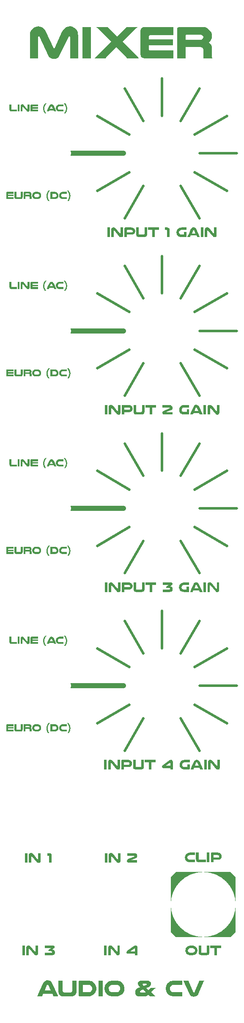
<source format=gto>
%TF.GenerationSoftware,KiCad,Pcbnew,8.0.5*%
%TF.CreationDate,2024-12-03T21:15:31+01:00*%
%TF.ProjectId,DMH_Mixer_PANEL,444d485f-4d69-4786-9572-5f50414e454c,rev?*%
%TF.SameCoordinates,Original*%
%TF.FileFunction,Legend,Top*%
%TF.FilePolarity,Positive*%
%FSLAX46Y46*%
G04 Gerber Fmt 4.6, Leading zero omitted, Abs format (unit mm)*
G04 Created by KiCad (PCBNEW 8.0.5) date 2024-12-03 21:15:31*
%MOMM*%
%LPD*%
G01*
G04 APERTURE LIST*
%ADD10C,1.000000*%
%ADD11C,0.150000*%
%ADD12C,0.800000*%
%ADD13C,0.825000*%
%ADD14C,0.500000*%
%ADD15C,0.000000*%
%ADD16C,12.000000*%
%ADD17O,2.500000X1.500000*%
%ADD18C,4.000000*%
%ADD19C,2.900000*%
%ADD20C,13.000000*%
%ADD21C,0.500000*%
%ADD22C,2.600000*%
G04 APERTURE END LIST*
D10*
X75500000Y-165000000D02*
X65000000Y-165000000D01*
X75500000Y-94000000D02*
X65000000Y-94000000D01*
X75500000Y-58500000D02*
X65000000Y-58500000D01*
X75500000Y-129500000D02*
X65000000Y-129500000D01*
D11*
G36*
X54205112Y-50122500D02*
G01*
X54205112Y-49759433D01*
X53219959Y-49759433D01*
X53147058Y-49748865D01*
X53099762Y-49688644D01*
X53093929Y-49623511D01*
X53093929Y-48692213D01*
X52711811Y-48692213D01*
X52711811Y-49659781D01*
X52714906Y-49742728D01*
X52724589Y-49817441D01*
X52748785Y-49904280D01*
X52787182Y-49976549D01*
X52841200Y-50034287D01*
X52912260Y-50077534D01*
X53001784Y-50106326D01*
X53081898Y-50118459D01*
X53173797Y-50122500D01*
X54205112Y-50122500D01*
G37*
G36*
X54353490Y-48692213D02*
G01*
X54353490Y-50122500D01*
X54735608Y-50122500D01*
X54735608Y-48692213D01*
X54353490Y-48692213D01*
G37*
G36*
X56709945Y-48692213D02*
G01*
X56338085Y-48692213D01*
X56338085Y-49616917D01*
X56308776Y-49655019D01*
X56272872Y-49638166D01*
X55580077Y-48802489D01*
X55522190Y-48746911D01*
X55453152Y-48703065D01*
X55376102Y-48677865D01*
X55298062Y-48669193D01*
X55273430Y-48668766D01*
X55187977Y-48675650D01*
X55112213Y-48697218D01*
X55048102Y-48734846D01*
X54997605Y-48789910D01*
X54962685Y-48863783D01*
X54947283Y-48937349D01*
X54943702Y-49001425D01*
X54943702Y-50122500D01*
X55317394Y-50122500D01*
X55317394Y-49159328D01*
X55352931Y-49119028D01*
X55386637Y-49138079D01*
X56165894Y-50040800D01*
X56228157Y-50092213D01*
X56302331Y-50126255D01*
X56378896Y-50142365D01*
X56443231Y-50145947D01*
X56519270Y-50136181D01*
X56588479Y-50105993D01*
X56646193Y-50054051D01*
X56687745Y-49979022D01*
X56706661Y-49897900D01*
X56709945Y-49840765D01*
X56709945Y-48692213D01*
G37*
G36*
X57118441Y-48692213D02*
G01*
X57039833Y-48701282D01*
X56973595Y-48733978D01*
X56929208Y-48799478D01*
X56916574Y-48883456D01*
X56916574Y-49925396D01*
X56926224Y-50002539D01*
X56960746Y-50067211D01*
X57029248Y-50110301D01*
X57104033Y-50122309D01*
X57116243Y-50122500D01*
X58409875Y-50122500D01*
X58409875Y-49759433D01*
X57330566Y-49759433D01*
X57296860Y-49719132D01*
X57296860Y-49536317D01*
X58403647Y-49536317D01*
X58403647Y-49263375D01*
X57296860Y-49263375D01*
X57296860Y-49103640D01*
X57330566Y-49068469D01*
X58409875Y-49068469D01*
X58409875Y-48692213D01*
X57118441Y-48692213D01*
G37*
G36*
X59456578Y-49477698D02*
G01*
X59459606Y-49579272D01*
X59468829Y-49681247D01*
X59484450Y-49783058D01*
X59506674Y-49884139D01*
X59535706Y-49983926D01*
X59571751Y-50081854D01*
X59615013Y-50177357D01*
X59665697Y-50269870D01*
X59724008Y-50358828D01*
X59790149Y-50443666D01*
X59838695Y-50497657D01*
X60118231Y-50497657D01*
X60054339Y-50419136D01*
X59994110Y-50339274D01*
X59938117Y-50257312D01*
X59886932Y-50172488D01*
X59841128Y-50084042D01*
X59801277Y-49991212D01*
X59767952Y-49893238D01*
X59741723Y-49789360D01*
X59728464Y-49716452D01*
X59718783Y-49640356D01*
X59712850Y-49560846D01*
X59710834Y-49477698D01*
X59712850Y-49394893D01*
X59718783Y-49315597D01*
X59728464Y-49239604D01*
X59741723Y-49166707D01*
X59767952Y-49062709D01*
X59801277Y-48964506D01*
X59841128Y-48871398D01*
X59886932Y-48782683D01*
X59938117Y-48697661D01*
X59994110Y-48615630D01*
X60054339Y-48535891D01*
X60118231Y-48457740D01*
X59838695Y-48457740D01*
X59767219Y-48539103D01*
X59703711Y-48625143D01*
X59647965Y-48715262D01*
X59599778Y-48808862D01*
X59558945Y-48905345D01*
X59525260Y-49004114D01*
X59498520Y-49104572D01*
X59478519Y-49206119D01*
X59465054Y-49308160D01*
X59457919Y-49410095D01*
X59456578Y-49477698D01*
G37*
G36*
X61155037Y-48669776D02*
G01*
X61239135Y-48681160D01*
X61314091Y-48705262D01*
X61380199Y-48742156D01*
X61437752Y-48791918D01*
X61487044Y-48854625D01*
X61528367Y-48930350D01*
X62040911Y-50058019D01*
X62063992Y-50122500D01*
X61635346Y-50122500D01*
X61618859Y-50073040D01*
X61543022Y-49896453D01*
X60702949Y-49896453D01*
X60629676Y-50070842D01*
X60614655Y-50122500D01*
X60175751Y-50122500D01*
X60198832Y-50058019D01*
X60412943Y-49583211D01*
X60841801Y-49583211D01*
X61404536Y-49583211D01*
X61186183Y-49076896D01*
X61183640Y-49071270D01*
X61120970Y-49032932D01*
X61118607Y-49032964D01*
X61057956Y-49076896D01*
X60841801Y-49583211D01*
X60412943Y-49583211D01*
X60707345Y-48930350D01*
X60722890Y-48898493D01*
X60766939Y-48827984D01*
X60818912Y-48770464D01*
X60879444Y-48725858D01*
X60949173Y-48694090D01*
X61028737Y-48675084D01*
X61118772Y-48668766D01*
X61155037Y-48669776D01*
G37*
G36*
X63503437Y-49748808D02*
G01*
X62760084Y-49748808D01*
X62678050Y-49742880D01*
X62598642Y-49722492D01*
X62533154Y-49689065D01*
X62474320Y-49637800D01*
X62429738Y-49576036D01*
X62399820Y-49504506D01*
X62386780Y-49425891D01*
X62386393Y-49409555D01*
X62395535Y-49330595D01*
X62421625Y-49257552D01*
X62462658Y-49193215D01*
X62491173Y-49162259D01*
X62554826Y-49115018D01*
X62625893Y-49085420D01*
X62703430Y-49071069D01*
X62760084Y-49068469D01*
X63503437Y-49068469D01*
X63503437Y-48692213D01*
X62760084Y-48692213D01*
X62676953Y-48695509D01*
X62599176Y-48705185D01*
X62526576Y-48720923D01*
X62442840Y-48748636D01*
X62366575Y-48784705D01*
X62297438Y-48828508D01*
X62235084Y-48879426D01*
X62173113Y-48944561D01*
X62119637Y-49017440D01*
X62075480Y-49097165D01*
X62047415Y-49165271D01*
X62026260Y-49236725D01*
X62012436Y-49311067D01*
X62006364Y-49387838D01*
X62006106Y-49407356D01*
X62011083Y-49494935D01*
X62025632Y-49579003D01*
X62049184Y-49658950D01*
X62081168Y-49734161D01*
X62121015Y-49804026D01*
X62168153Y-49867933D01*
X62188922Y-49891690D01*
X62254087Y-49954515D01*
X62327814Y-50008536D01*
X62393123Y-50044906D01*
X62464191Y-50074771D01*
X62541143Y-50097746D01*
X62624104Y-50113443D01*
X62713198Y-50121477D01*
X62760084Y-50122500D01*
X63503437Y-50122500D01*
X63503437Y-49748808D01*
G37*
G36*
X64257415Y-49477698D02*
G01*
X64254386Y-49376165D01*
X64245164Y-49274128D01*
X64229543Y-49172186D01*
X64207318Y-49070935D01*
X64178286Y-48970974D01*
X64142241Y-48872901D01*
X64098979Y-48777312D01*
X64048295Y-48684806D01*
X63989985Y-48595980D01*
X63923843Y-48511433D01*
X63875297Y-48457740D01*
X63595761Y-48457740D01*
X63659176Y-48535891D01*
X63718999Y-48615630D01*
X63774653Y-48697661D01*
X63825559Y-48782683D01*
X63871141Y-48871398D01*
X63910819Y-48964506D01*
X63944017Y-49062709D01*
X63970157Y-49166707D01*
X63983376Y-49239604D01*
X63993031Y-49315597D01*
X63998949Y-49394893D01*
X64000960Y-49477698D01*
X63998969Y-49560846D01*
X63993106Y-49640356D01*
X63983533Y-49716452D01*
X63970414Y-49789360D01*
X63944443Y-49893238D01*
X63911411Y-49991212D01*
X63871868Y-50084042D01*
X63826364Y-50172488D01*
X63775451Y-50257312D01*
X63719679Y-50339274D01*
X63659599Y-50419136D01*
X63595761Y-50497657D01*
X63875297Y-50497657D01*
X63946773Y-50415879D01*
X64010282Y-50329605D01*
X64066027Y-50239399D01*
X64114214Y-50145827D01*
X64155048Y-50049453D01*
X64188732Y-49950843D01*
X64215473Y-49850562D01*
X64235473Y-49749174D01*
X64248939Y-49647246D01*
X64256074Y-49545342D01*
X64257415Y-49477698D01*
G37*
D12*
G36*
X61636497Y-39592169D02*
G01*
X61960786Y-39558770D01*
X62290560Y-39437514D01*
X62558148Y-39221437D01*
X62689134Y-39021520D01*
X64583238Y-35102741D01*
X64704138Y-35030201D01*
X64850830Y-35196237D01*
X64850830Y-39489001D01*
X66459609Y-39489001D01*
X66459609Y-34907689D01*
X66437539Y-34539717D01*
X66372816Y-34223091D01*
X66246374Y-33911783D01*
X66039047Y-33622687D01*
X65877676Y-33473006D01*
X65590989Y-33286197D01*
X65289302Y-33164522D01*
X64949147Y-33099796D01*
X64786350Y-33092573D01*
X64437516Y-33126214D01*
X64077098Y-33249857D01*
X63772807Y-33455012D01*
X63516864Y-33731797D01*
X63334899Y-34010039D01*
X63206587Y-34259663D01*
X61792861Y-37333753D01*
X61636497Y-37453041D01*
X61478520Y-37333753D01*
X60064794Y-34259663D01*
X59902127Y-33951235D01*
X59714888Y-33681111D01*
X59451427Y-33415578D01*
X59138321Y-33223322D01*
X58767793Y-33114225D01*
X58485031Y-33092573D01*
X58128676Y-33127982D01*
X57809547Y-33225887D01*
X57502021Y-33392790D01*
X57393705Y-33473006D01*
X57147044Y-33723471D01*
X56964308Y-34038013D01*
X56861012Y-34375305D01*
X56817336Y-34716966D01*
X56811772Y-34907689D01*
X56811772Y-39489001D01*
X58420551Y-39489001D01*
X58420551Y-35204297D01*
X58567243Y-35038261D01*
X58688143Y-35110801D01*
X60582247Y-39045700D01*
X60793948Y-39313375D01*
X61085409Y-39490174D01*
X61430807Y-39579325D01*
X61636497Y-39592169D01*
G37*
G36*
X67368779Y-33195742D02*
G01*
X67368779Y-39489001D01*
X69050097Y-39489001D01*
X69050097Y-33195742D01*
X67368779Y-33195742D01*
G37*
G36*
X76165478Y-33195742D02*
G01*
X75989769Y-33400466D01*
X74243970Y-35096293D01*
X72590056Y-33400466D01*
X72432079Y-33195742D01*
X70104347Y-33195742D01*
X70280056Y-33400466D01*
X73070432Y-36129587D01*
X69844815Y-39293948D01*
X69678779Y-39489001D01*
X71877550Y-39489001D01*
X72043587Y-39303620D01*
X74142414Y-37217689D01*
X76128402Y-39303620D01*
X76276706Y-39489001D01*
X78670530Y-39489001D01*
X78512554Y-39293948D01*
X75353028Y-36129587D01*
X78153077Y-33400466D01*
X78336846Y-33195742D01*
X76165478Y-33195742D01*
G37*
G36*
X79831172Y-33195742D02*
G01*
X79485296Y-33235645D01*
X79193849Y-33379505D01*
X78998547Y-33667706D01*
X78942959Y-34037207D01*
X78942959Y-38621743D01*
X78985420Y-38961175D01*
X79137315Y-39245730D01*
X79438725Y-39435326D01*
X79767780Y-39488164D01*
X79821500Y-39489001D01*
X85513482Y-39489001D01*
X85513482Y-37891506D01*
X80764522Y-37891506D01*
X80616217Y-37714185D01*
X80616217Y-36909796D01*
X85486078Y-36909796D01*
X85486078Y-35708854D01*
X80616217Y-35708854D01*
X80616217Y-35006021D01*
X80764522Y-34851268D01*
X85513482Y-34851268D01*
X85513482Y-33195742D01*
X79831172Y-33195742D01*
G37*
G36*
X91488263Y-33212343D02*
G01*
X91846129Y-33273773D01*
X92202175Y-33397434D01*
X92499646Y-33570818D01*
X92746538Y-33787347D01*
X92953832Y-34049776D01*
X93111254Y-34346510D01*
X93211249Y-34670749D01*
X93246259Y-35015693D01*
X93245820Y-35062155D01*
X93207803Y-35425491D01*
X93098699Y-35766139D01*
X92904758Y-36073067D01*
X92654654Y-36305295D01*
X92765584Y-36377988D01*
X93003665Y-36604548D01*
X93161120Y-36901419D01*
X93236082Y-37241430D01*
X93255931Y-37607793D01*
X93255931Y-38884499D01*
X93259502Y-39149016D01*
X93283335Y-39489001D01*
X91592344Y-39489001D01*
X91581236Y-39396751D01*
X91564940Y-39065044D01*
X91564940Y-37788338D01*
X91491736Y-37451716D01*
X91225537Y-37259455D01*
X90879839Y-37219301D01*
X87970174Y-37219301D01*
X87970174Y-39489001D01*
X86296915Y-39489001D01*
X86296915Y-34896405D01*
X87970174Y-34896405D01*
X87970174Y-35797514D01*
X90926587Y-35797514D01*
X91117450Y-35774432D01*
X91397292Y-35594402D01*
X91404163Y-35585736D01*
X91518192Y-35273613D01*
X91516004Y-35225326D01*
X91379560Y-34923809D01*
X91251963Y-34826644D01*
X90926587Y-34757772D01*
X88108806Y-34757772D01*
X87970174Y-34896405D01*
X86296915Y-34896405D01*
X86296915Y-33584234D01*
X86400889Y-33293268D01*
X86712812Y-33195742D01*
X91149044Y-33195742D01*
X91488263Y-33212343D01*
G37*
D11*
G36*
X54205112Y-85622500D02*
G01*
X54205112Y-85259433D01*
X53219959Y-85259433D01*
X53147058Y-85248865D01*
X53099762Y-85188644D01*
X53093929Y-85123511D01*
X53093929Y-84192213D01*
X52711811Y-84192213D01*
X52711811Y-85159781D01*
X52714906Y-85242728D01*
X52724589Y-85317441D01*
X52748785Y-85404280D01*
X52787182Y-85476549D01*
X52841200Y-85534287D01*
X52912260Y-85577534D01*
X53001784Y-85606326D01*
X53081898Y-85618459D01*
X53173797Y-85622500D01*
X54205112Y-85622500D01*
G37*
G36*
X54353490Y-84192213D02*
G01*
X54353490Y-85622500D01*
X54735608Y-85622500D01*
X54735608Y-84192213D01*
X54353490Y-84192213D01*
G37*
G36*
X56709945Y-84192213D02*
G01*
X56338085Y-84192213D01*
X56338085Y-85116917D01*
X56308776Y-85155019D01*
X56272872Y-85138166D01*
X55580077Y-84302489D01*
X55522190Y-84246911D01*
X55453152Y-84203065D01*
X55376102Y-84177865D01*
X55298062Y-84169193D01*
X55273430Y-84168766D01*
X55187977Y-84175650D01*
X55112213Y-84197218D01*
X55048102Y-84234846D01*
X54997605Y-84289910D01*
X54962685Y-84363783D01*
X54947283Y-84437349D01*
X54943702Y-84501425D01*
X54943702Y-85622500D01*
X55317394Y-85622500D01*
X55317394Y-84659328D01*
X55352931Y-84619028D01*
X55386637Y-84638079D01*
X56165894Y-85540800D01*
X56228157Y-85592213D01*
X56302331Y-85626255D01*
X56378896Y-85642365D01*
X56443231Y-85645947D01*
X56519270Y-85636181D01*
X56588479Y-85605993D01*
X56646193Y-85554051D01*
X56687745Y-85479022D01*
X56706661Y-85397900D01*
X56709945Y-85340765D01*
X56709945Y-84192213D01*
G37*
G36*
X57118441Y-84192213D02*
G01*
X57039833Y-84201282D01*
X56973595Y-84233978D01*
X56929208Y-84299478D01*
X56916574Y-84383456D01*
X56916574Y-85425396D01*
X56926224Y-85502539D01*
X56960746Y-85567211D01*
X57029248Y-85610301D01*
X57104033Y-85622309D01*
X57116243Y-85622500D01*
X58409875Y-85622500D01*
X58409875Y-85259433D01*
X57330566Y-85259433D01*
X57296860Y-85219132D01*
X57296860Y-85036317D01*
X58403647Y-85036317D01*
X58403647Y-84763375D01*
X57296860Y-84763375D01*
X57296860Y-84603640D01*
X57330566Y-84568469D01*
X58409875Y-84568469D01*
X58409875Y-84192213D01*
X57118441Y-84192213D01*
G37*
G36*
X59456578Y-84977698D02*
G01*
X59459606Y-85079272D01*
X59468829Y-85181247D01*
X59484450Y-85283058D01*
X59506674Y-85384139D01*
X59535706Y-85483926D01*
X59571751Y-85581854D01*
X59615013Y-85677357D01*
X59665697Y-85769870D01*
X59724008Y-85858828D01*
X59790149Y-85943666D01*
X59838695Y-85997657D01*
X60118231Y-85997657D01*
X60054339Y-85919136D01*
X59994110Y-85839274D01*
X59938117Y-85757312D01*
X59886932Y-85672488D01*
X59841128Y-85584042D01*
X59801277Y-85491212D01*
X59767952Y-85393238D01*
X59741723Y-85289360D01*
X59728464Y-85216452D01*
X59718783Y-85140356D01*
X59712850Y-85060846D01*
X59710834Y-84977698D01*
X59712850Y-84894893D01*
X59718783Y-84815597D01*
X59728464Y-84739604D01*
X59741723Y-84666707D01*
X59767952Y-84562709D01*
X59801277Y-84464506D01*
X59841128Y-84371398D01*
X59886932Y-84282683D01*
X59938117Y-84197661D01*
X59994110Y-84115630D01*
X60054339Y-84035891D01*
X60118231Y-83957740D01*
X59838695Y-83957740D01*
X59767219Y-84039103D01*
X59703711Y-84125143D01*
X59647965Y-84215262D01*
X59599778Y-84308862D01*
X59558945Y-84405345D01*
X59525260Y-84504114D01*
X59498520Y-84604572D01*
X59478519Y-84706119D01*
X59465054Y-84808160D01*
X59457919Y-84910095D01*
X59456578Y-84977698D01*
G37*
G36*
X61155037Y-84169776D02*
G01*
X61239135Y-84181160D01*
X61314091Y-84205262D01*
X61380199Y-84242156D01*
X61437752Y-84291918D01*
X61487044Y-84354625D01*
X61528367Y-84430350D01*
X62040911Y-85558019D01*
X62063992Y-85622500D01*
X61635346Y-85622500D01*
X61618859Y-85573040D01*
X61543022Y-85396453D01*
X60702949Y-85396453D01*
X60629676Y-85570842D01*
X60614655Y-85622500D01*
X60175751Y-85622500D01*
X60198832Y-85558019D01*
X60412943Y-85083211D01*
X60841801Y-85083211D01*
X61404536Y-85083211D01*
X61186183Y-84576896D01*
X61183640Y-84571270D01*
X61120970Y-84532932D01*
X61118607Y-84532964D01*
X61057956Y-84576896D01*
X60841801Y-85083211D01*
X60412943Y-85083211D01*
X60707345Y-84430350D01*
X60722890Y-84398493D01*
X60766939Y-84327984D01*
X60818912Y-84270464D01*
X60879444Y-84225858D01*
X60949173Y-84194090D01*
X61028737Y-84175084D01*
X61118772Y-84168766D01*
X61155037Y-84169776D01*
G37*
G36*
X63503437Y-85248808D02*
G01*
X62760084Y-85248808D01*
X62678050Y-85242880D01*
X62598642Y-85222492D01*
X62533154Y-85189065D01*
X62474320Y-85137800D01*
X62429738Y-85076036D01*
X62399820Y-85004506D01*
X62386780Y-84925891D01*
X62386393Y-84909555D01*
X62395535Y-84830595D01*
X62421625Y-84757552D01*
X62462658Y-84693215D01*
X62491173Y-84662259D01*
X62554826Y-84615018D01*
X62625893Y-84585420D01*
X62703430Y-84571069D01*
X62760084Y-84568469D01*
X63503437Y-84568469D01*
X63503437Y-84192213D01*
X62760084Y-84192213D01*
X62676953Y-84195509D01*
X62599176Y-84205185D01*
X62526576Y-84220923D01*
X62442840Y-84248636D01*
X62366575Y-84284705D01*
X62297438Y-84328508D01*
X62235084Y-84379426D01*
X62173113Y-84444561D01*
X62119637Y-84517440D01*
X62075480Y-84597165D01*
X62047415Y-84665271D01*
X62026260Y-84736725D01*
X62012436Y-84811067D01*
X62006364Y-84887838D01*
X62006106Y-84907356D01*
X62011083Y-84994935D01*
X62025632Y-85079003D01*
X62049184Y-85158950D01*
X62081168Y-85234161D01*
X62121015Y-85304026D01*
X62168153Y-85367933D01*
X62188922Y-85391690D01*
X62254087Y-85454515D01*
X62327814Y-85508536D01*
X62393123Y-85544906D01*
X62464191Y-85574771D01*
X62541143Y-85597746D01*
X62624104Y-85613443D01*
X62713198Y-85621477D01*
X62760084Y-85622500D01*
X63503437Y-85622500D01*
X63503437Y-85248808D01*
G37*
G36*
X64257415Y-84977698D02*
G01*
X64254386Y-84876165D01*
X64245164Y-84774128D01*
X64229543Y-84672186D01*
X64207318Y-84570935D01*
X64178286Y-84470974D01*
X64142241Y-84372901D01*
X64098979Y-84277312D01*
X64048295Y-84184806D01*
X63989985Y-84095980D01*
X63923843Y-84011433D01*
X63875297Y-83957740D01*
X63595761Y-83957740D01*
X63659176Y-84035891D01*
X63718999Y-84115630D01*
X63774653Y-84197661D01*
X63825559Y-84282683D01*
X63871141Y-84371398D01*
X63910819Y-84464506D01*
X63944017Y-84562709D01*
X63970157Y-84666707D01*
X63983376Y-84739604D01*
X63993031Y-84815597D01*
X63998949Y-84894893D01*
X64000960Y-84977698D01*
X63998969Y-85060846D01*
X63993106Y-85140356D01*
X63983533Y-85216452D01*
X63970414Y-85289360D01*
X63944443Y-85393238D01*
X63911411Y-85491212D01*
X63871868Y-85584042D01*
X63826364Y-85672488D01*
X63775451Y-85757312D01*
X63719679Y-85839274D01*
X63659599Y-85919136D01*
X63595761Y-85997657D01*
X63875297Y-85997657D01*
X63946773Y-85915879D01*
X64010282Y-85829605D01*
X64066027Y-85739399D01*
X64114214Y-85645827D01*
X64155048Y-85549453D01*
X64188732Y-85450843D01*
X64215473Y-85350562D01*
X64235473Y-85249174D01*
X64248939Y-85147246D01*
X64256074Y-85045342D01*
X64257415Y-84977698D01*
G37*
G36*
X52257519Y-137192213D02*
G01*
X52178911Y-137201282D01*
X52112673Y-137233978D01*
X52068286Y-137299478D01*
X52055652Y-137383456D01*
X52055652Y-138425396D01*
X52065303Y-138502539D01*
X52099824Y-138567211D01*
X52168327Y-138610301D01*
X52243112Y-138622309D01*
X52255321Y-138622500D01*
X53548953Y-138622500D01*
X53548953Y-138259433D01*
X52469644Y-138259433D01*
X52435939Y-138219132D01*
X52435939Y-138036317D01*
X53542725Y-138036317D01*
X53542725Y-137763375D01*
X52435939Y-137763375D01*
X52435939Y-137603640D01*
X52469644Y-137568469D01*
X53548953Y-137568469D01*
X53548953Y-137192213D01*
X52257519Y-137192213D01*
G37*
G36*
X54852844Y-138622500D02*
G01*
X54947567Y-138618869D01*
X55031265Y-138607826D01*
X55104311Y-138589147D01*
X55185779Y-138551975D01*
X55249857Y-138500296D01*
X55297429Y-138433578D01*
X55329381Y-138351287D01*
X55343624Y-138279030D01*
X55349952Y-138197490D01*
X55350366Y-138168208D01*
X55350366Y-137192213D01*
X54968248Y-137192213D01*
X54968248Y-138125710D01*
X54951795Y-138202765D01*
X54889423Y-138251367D01*
X54827565Y-138259433D01*
X54237352Y-138259433D01*
X54163773Y-138246349D01*
X54110924Y-138190298D01*
X54100698Y-138125710D01*
X54100698Y-137192213D01*
X53718580Y-137192213D01*
X53718580Y-138168208D01*
X53722352Y-138252893D01*
X53733918Y-138328219D01*
X53762110Y-138414486D01*
X53805714Y-138485047D01*
X53865617Y-138540436D01*
X53942709Y-138581185D01*
X54037877Y-138607826D01*
X54121652Y-138618869D01*
X54216469Y-138622500D01*
X54852844Y-138622500D01*
G37*
G36*
X56731352Y-137195987D02*
G01*
X56812685Y-137209948D01*
X56893605Y-137238052D01*
X56961212Y-137277458D01*
X57017324Y-137326669D01*
X57064436Y-137386312D01*
X57100214Y-137453752D01*
X57122940Y-137527442D01*
X57130897Y-137605839D01*
X57130797Y-137616398D01*
X57122157Y-137698975D01*
X57097360Y-137776395D01*
X57053283Y-137846151D01*
X56996441Y-137898930D01*
X57021652Y-137915451D01*
X57075762Y-137966942D01*
X57111547Y-138034413D01*
X57128584Y-138111688D01*
X57133095Y-138194952D01*
X57133095Y-138485113D01*
X57133906Y-138545230D01*
X57139323Y-138622500D01*
X56755007Y-138622500D01*
X56752482Y-138601534D01*
X56748779Y-138526146D01*
X56748779Y-138235985D01*
X56732141Y-138159480D01*
X56671642Y-138115785D01*
X56593074Y-138106659D01*
X55931786Y-138106659D01*
X55931786Y-138622500D01*
X55551500Y-138622500D01*
X55551500Y-137578728D01*
X55931786Y-137578728D01*
X55931786Y-137783525D01*
X56603699Y-137783525D01*
X56647076Y-137778279D01*
X56710677Y-137737363D01*
X56712238Y-137735394D01*
X56738154Y-137664457D01*
X56737657Y-137653482D01*
X56706647Y-137584956D01*
X56677648Y-137562873D01*
X56603699Y-137547220D01*
X55963294Y-137547220D01*
X55931786Y-137578728D01*
X55551500Y-137578728D01*
X55551500Y-137280507D01*
X55575131Y-137214378D01*
X55646022Y-137192213D01*
X56654257Y-137192213D01*
X56731352Y-137195987D01*
G37*
G36*
X58399216Y-137195509D02*
G01*
X58476993Y-137205185D01*
X58549593Y-137220923D01*
X58633329Y-137248636D01*
X58709594Y-137284705D01*
X58778732Y-137328508D01*
X58841085Y-137379426D01*
X58854120Y-137391790D01*
X58914458Y-137458547D01*
X58966135Y-137532866D01*
X59008330Y-137613853D01*
X59034707Y-137682839D01*
X59054069Y-137755058D01*
X59065994Y-137830050D01*
X59070063Y-137907356D01*
X59069257Y-137942770D01*
X59060383Y-138029018D01*
X59042165Y-138111511D01*
X59015172Y-138189637D01*
X58979974Y-138262783D01*
X58937142Y-138330338D01*
X58887247Y-138391690D01*
X58849162Y-138430399D01*
X58778889Y-138488032D01*
X58716413Y-138527510D01*
X58648240Y-138560676D01*
X58574245Y-138587144D01*
X58494304Y-138606528D01*
X58408292Y-138618442D01*
X58316085Y-138622500D01*
X58017865Y-138622500D01*
X57970979Y-138621477D01*
X57881885Y-138613443D01*
X57798924Y-138597746D01*
X57721972Y-138574771D01*
X57650903Y-138544906D01*
X57585594Y-138508536D01*
X57511868Y-138454515D01*
X57446703Y-138391690D01*
X57425933Y-138367933D01*
X57378795Y-138304026D01*
X57338949Y-138234161D01*
X57306965Y-138158950D01*
X57283413Y-138079003D01*
X57268863Y-137994935D01*
X57264012Y-137909555D01*
X57644173Y-137909555D01*
X57644561Y-137925891D01*
X57657600Y-138004506D01*
X57687518Y-138076036D01*
X57732101Y-138137800D01*
X57790934Y-138189065D01*
X57856423Y-138222492D01*
X57935831Y-138242880D01*
X58017865Y-138248808D01*
X58316085Y-138248808D01*
X58398119Y-138242880D01*
X58477527Y-138222492D01*
X58543016Y-138189065D01*
X58601849Y-138137800D01*
X58611833Y-138126357D01*
X58653659Y-138062426D01*
X58680378Y-137989264D01*
X58689777Y-137909555D01*
X58686932Y-137865123D01*
X58668222Y-137789107D01*
X58633624Y-137720556D01*
X58584997Y-137662259D01*
X58535354Y-137623338D01*
X58467546Y-137590831D01*
X58393599Y-137573519D01*
X58316085Y-137568469D01*
X58017865Y-137568469D01*
X57961211Y-137571069D01*
X57883674Y-137585420D01*
X57812607Y-137615018D01*
X57748953Y-137662259D01*
X57720438Y-137693215D01*
X57679406Y-137757552D01*
X57653315Y-137830595D01*
X57644173Y-137909555D01*
X57264012Y-137909555D01*
X57263887Y-137907356D01*
X57264145Y-137887838D01*
X57270217Y-137811067D01*
X57284041Y-137736725D01*
X57305196Y-137665271D01*
X57333260Y-137597165D01*
X57377418Y-137517440D01*
X57430893Y-137444561D01*
X57492865Y-137379426D01*
X57555218Y-137328508D01*
X57624356Y-137284705D01*
X57700620Y-137248636D01*
X57784357Y-137220923D01*
X57856956Y-137205185D01*
X57934734Y-137195509D01*
X58017865Y-137192213D01*
X58316085Y-137192213D01*
X58399216Y-137195509D01*
G37*
G36*
X60120429Y-137977698D02*
G01*
X60123458Y-138079272D01*
X60132680Y-138181247D01*
X60148302Y-138283058D01*
X60170526Y-138384139D01*
X60199558Y-138483926D01*
X60235603Y-138581854D01*
X60278865Y-138677357D01*
X60329549Y-138769870D01*
X60387859Y-138858828D01*
X60454001Y-138943666D01*
X60502547Y-138997657D01*
X60782083Y-138997657D01*
X60718191Y-138919136D01*
X60657962Y-138839274D01*
X60601969Y-138757312D01*
X60550784Y-138672488D01*
X60504980Y-138584042D01*
X60465129Y-138491212D01*
X60431803Y-138393238D01*
X60405575Y-138289360D01*
X60392315Y-138216452D01*
X60382634Y-138140356D01*
X60376701Y-138060846D01*
X60374686Y-137977698D01*
X60376701Y-137894893D01*
X60382634Y-137815597D01*
X60392315Y-137739604D01*
X60405575Y-137666707D01*
X60431803Y-137562709D01*
X60465129Y-137464506D01*
X60504980Y-137371398D01*
X60550784Y-137282683D01*
X60601969Y-137197661D01*
X60657962Y-137115630D01*
X60718191Y-137035891D01*
X60782083Y-136957740D01*
X60502547Y-136957740D01*
X60431071Y-137039103D01*
X60367562Y-137125143D01*
X60311817Y-137215262D01*
X60263630Y-137308862D01*
X60222796Y-137405345D01*
X60189112Y-137504114D01*
X60162371Y-137604572D01*
X60142371Y-137706119D01*
X60128905Y-137808160D01*
X60121770Y-137910095D01*
X60120429Y-137977698D01*
G37*
G36*
X61847070Y-137195509D02*
G01*
X61924848Y-137205185D01*
X61997447Y-137220923D01*
X62081183Y-137248636D01*
X62157448Y-137284705D01*
X62226586Y-137328508D01*
X62288939Y-137379426D01*
X62301974Y-137391790D01*
X62362312Y-137458547D01*
X62413989Y-137532866D01*
X62456185Y-137613853D01*
X62482561Y-137682839D01*
X62501923Y-137755058D01*
X62513848Y-137830050D01*
X62517917Y-137907356D01*
X62517108Y-137942770D01*
X62508197Y-138029018D01*
X62489922Y-138111511D01*
X62462880Y-138189637D01*
X62427666Y-138262783D01*
X62384874Y-138330338D01*
X62335101Y-138391690D01*
X62296923Y-138430399D01*
X62226537Y-138488032D01*
X62164010Y-138527510D01*
X62095820Y-138560676D01*
X62021842Y-138587144D01*
X61941952Y-138606528D01*
X61856026Y-138618442D01*
X61763939Y-138622500D01*
X60997139Y-138622500D01*
X60931162Y-138602953D01*
X60904815Y-138532374D01*
X60904815Y-137598145D01*
X61285101Y-137598145D01*
X61285101Y-138219132D01*
X61312212Y-138248808D01*
X61763939Y-138248808D01*
X61845969Y-138242880D01*
X61925343Y-138222492D01*
X61990734Y-138189065D01*
X62049337Y-138137800D01*
X62059325Y-138126357D01*
X62101263Y-138062426D01*
X62128148Y-137989264D01*
X62137631Y-137909555D01*
X62134762Y-137865123D01*
X62115927Y-137789107D01*
X62081183Y-137720556D01*
X62032484Y-137662259D01*
X61982848Y-137623338D01*
X61915089Y-137590831D01*
X61841261Y-137573519D01*
X61763939Y-137568469D01*
X61312212Y-137568469D01*
X61285101Y-137598145D01*
X60904815Y-137598145D01*
X60904815Y-137280507D01*
X60925358Y-137217229D01*
X60997139Y-137192213D01*
X61763939Y-137192213D01*
X61847070Y-137195509D01*
G37*
G36*
X64165823Y-138248808D02*
G01*
X63422470Y-138248808D01*
X63340437Y-138242880D01*
X63261029Y-138222492D01*
X63195540Y-138189065D01*
X63136706Y-138137800D01*
X63092124Y-138076036D01*
X63062206Y-138004506D01*
X63049167Y-137925891D01*
X63048779Y-137909555D01*
X63057921Y-137830595D01*
X63084011Y-137757552D01*
X63125044Y-137693215D01*
X63153559Y-137662259D01*
X63217213Y-137615018D01*
X63288280Y-137585420D01*
X63365817Y-137571069D01*
X63422470Y-137568469D01*
X64165823Y-137568469D01*
X64165823Y-137192213D01*
X63422470Y-137192213D01*
X63339339Y-137195509D01*
X63261562Y-137205185D01*
X63188963Y-137220923D01*
X63105226Y-137248636D01*
X63028961Y-137284705D01*
X62959824Y-137328508D01*
X62897470Y-137379426D01*
X62835499Y-137444561D01*
X62782024Y-137517440D01*
X62737866Y-137597165D01*
X62709801Y-137665271D01*
X62688646Y-137736725D01*
X62674823Y-137811067D01*
X62668750Y-137887838D01*
X62668493Y-137907356D01*
X62673469Y-137994935D01*
X62688018Y-138079003D01*
X62711570Y-138158950D01*
X62743554Y-138234161D01*
X62783401Y-138304026D01*
X62830539Y-138367933D01*
X62851308Y-138391690D01*
X62916473Y-138454515D01*
X62990200Y-138508536D01*
X63055509Y-138544906D01*
X63126577Y-138574771D01*
X63203530Y-138597746D01*
X63286491Y-138613443D01*
X63375585Y-138621477D01*
X63422470Y-138622500D01*
X64165823Y-138622500D01*
X64165823Y-138248808D01*
G37*
G36*
X64919801Y-137977698D02*
G01*
X64916772Y-137876165D01*
X64907550Y-137774128D01*
X64891929Y-137672186D01*
X64869704Y-137570935D01*
X64840672Y-137470974D01*
X64804627Y-137372901D01*
X64761365Y-137277312D01*
X64710682Y-137184806D01*
X64652371Y-137095980D01*
X64586229Y-137011433D01*
X64537683Y-136957740D01*
X64258147Y-136957740D01*
X64321562Y-137035891D01*
X64381385Y-137115630D01*
X64437039Y-137197661D01*
X64487946Y-137282683D01*
X64533527Y-137371398D01*
X64573206Y-137464506D01*
X64606403Y-137562709D01*
X64632543Y-137666707D01*
X64645763Y-137739604D01*
X64655417Y-137815597D01*
X64661335Y-137894893D01*
X64663346Y-137977698D01*
X64661355Y-138060846D01*
X64655492Y-138140356D01*
X64645920Y-138216452D01*
X64632801Y-138289360D01*
X64606830Y-138393238D01*
X64573797Y-138491212D01*
X64534254Y-138584042D01*
X64488751Y-138672488D01*
X64437838Y-138757312D01*
X64382066Y-138839274D01*
X64321985Y-138919136D01*
X64258147Y-138997657D01*
X64537683Y-138997657D01*
X64609159Y-138915879D01*
X64672668Y-138829605D01*
X64728413Y-138739399D01*
X64776601Y-138645827D01*
X64817434Y-138549453D01*
X64851119Y-138450843D01*
X64877859Y-138350562D01*
X64897859Y-138249174D01*
X64911325Y-138147246D01*
X64918460Y-138045342D01*
X64919801Y-137977698D01*
G37*
G36*
X52257519Y-172692213D02*
G01*
X52178911Y-172701282D01*
X52112673Y-172733978D01*
X52068286Y-172799478D01*
X52055652Y-172883456D01*
X52055652Y-173925396D01*
X52065303Y-174002539D01*
X52099824Y-174067211D01*
X52168327Y-174110301D01*
X52243112Y-174122309D01*
X52255321Y-174122500D01*
X53548953Y-174122500D01*
X53548953Y-173759433D01*
X52469644Y-173759433D01*
X52435939Y-173719132D01*
X52435939Y-173536317D01*
X53542725Y-173536317D01*
X53542725Y-173263375D01*
X52435939Y-173263375D01*
X52435939Y-173103640D01*
X52469644Y-173068469D01*
X53548953Y-173068469D01*
X53548953Y-172692213D01*
X52257519Y-172692213D01*
G37*
G36*
X54852844Y-174122500D02*
G01*
X54947567Y-174118869D01*
X55031265Y-174107826D01*
X55104311Y-174089147D01*
X55185779Y-174051975D01*
X55249857Y-174000296D01*
X55297429Y-173933578D01*
X55329381Y-173851287D01*
X55343624Y-173779030D01*
X55349952Y-173697490D01*
X55350366Y-173668208D01*
X55350366Y-172692213D01*
X54968248Y-172692213D01*
X54968248Y-173625710D01*
X54951795Y-173702765D01*
X54889423Y-173751367D01*
X54827565Y-173759433D01*
X54237352Y-173759433D01*
X54163773Y-173746349D01*
X54110924Y-173690298D01*
X54100698Y-173625710D01*
X54100698Y-172692213D01*
X53718580Y-172692213D01*
X53718580Y-173668208D01*
X53722352Y-173752893D01*
X53733918Y-173828219D01*
X53762110Y-173914486D01*
X53805714Y-173985047D01*
X53865617Y-174040436D01*
X53942709Y-174081185D01*
X54037877Y-174107826D01*
X54121652Y-174118869D01*
X54216469Y-174122500D01*
X54852844Y-174122500D01*
G37*
G36*
X56731352Y-172695987D02*
G01*
X56812685Y-172709948D01*
X56893605Y-172738052D01*
X56961212Y-172777458D01*
X57017324Y-172826669D01*
X57064436Y-172886312D01*
X57100214Y-172953752D01*
X57122940Y-173027442D01*
X57130897Y-173105839D01*
X57130797Y-173116398D01*
X57122157Y-173198975D01*
X57097360Y-173276395D01*
X57053283Y-173346151D01*
X56996441Y-173398930D01*
X57021652Y-173415451D01*
X57075762Y-173466942D01*
X57111547Y-173534413D01*
X57128584Y-173611688D01*
X57133095Y-173694952D01*
X57133095Y-173985113D01*
X57133906Y-174045230D01*
X57139323Y-174122500D01*
X56755007Y-174122500D01*
X56752482Y-174101534D01*
X56748779Y-174026146D01*
X56748779Y-173735985D01*
X56732141Y-173659480D01*
X56671642Y-173615785D01*
X56593074Y-173606659D01*
X55931786Y-173606659D01*
X55931786Y-174122500D01*
X55551500Y-174122500D01*
X55551500Y-173078728D01*
X55931786Y-173078728D01*
X55931786Y-173283525D01*
X56603699Y-173283525D01*
X56647076Y-173278279D01*
X56710677Y-173237363D01*
X56712238Y-173235394D01*
X56738154Y-173164457D01*
X56737657Y-173153482D01*
X56706647Y-173084956D01*
X56677648Y-173062873D01*
X56603699Y-173047220D01*
X55963294Y-173047220D01*
X55931786Y-173078728D01*
X55551500Y-173078728D01*
X55551500Y-172780507D01*
X55575131Y-172714378D01*
X55646022Y-172692213D01*
X56654257Y-172692213D01*
X56731352Y-172695987D01*
G37*
G36*
X58399216Y-172695509D02*
G01*
X58476993Y-172705185D01*
X58549593Y-172720923D01*
X58633329Y-172748636D01*
X58709594Y-172784705D01*
X58778732Y-172828508D01*
X58841085Y-172879426D01*
X58854120Y-172891790D01*
X58914458Y-172958547D01*
X58966135Y-173032866D01*
X59008330Y-173113853D01*
X59034707Y-173182839D01*
X59054069Y-173255058D01*
X59065994Y-173330050D01*
X59070063Y-173407356D01*
X59069257Y-173442770D01*
X59060383Y-173529018D01*
X59042165Y-173611511D01*
X59015172Y-173689637D01*
X58979974Y-173762783D01*
X58937142Y-173830338D01*
X58887247Y-173891690D01*
X58849162Y-173930399D01*
X58778889Y-173988032D01*
X58716413Y-174027510D01*
X58648240Y-174060676D01*
X58574245Y-174087144D01*
X58494304Y-174106528D01*
X58408292Y-174118442D01*
X58316085Y-174122500D01*
X58017865Y-174122500D01*
X57970979Y-174121477D01*
X57881885Y-174113443D01*
X57798924Y-174097746D01*
X57721972Y-174074771D01*
X57650903Y-174044906D01*
X57585594Y-174008536D01*
X57511868Y-173954515D01*
X57446703Y-173891690D01*
X57425933Y-173867933D01*
X57378795Y-173804026D01*
X57338949Y-173734161D01*
X57306965Y-173658950D01*
X57283413Y-173579003D01*
X57268863Y-173494935D01*
X57264012Y-173409555D01*
X57644173Y-173409555D01*
X57644561Y-173425891D01*
X57657600Y-173504506D01*
X57687518Y-173576036D01*
X57732101Y-173637800D01*
X57790934Y-173689065D01*
X57856423Y-173722492D01*
X57935831Y-173742880D01*
X58017865Y-173748808D01*
X58316085Y-173748808D01*
X58398119Y-173742880D01*
X58477527Y-173722492D01*
X58543016Y-173689065D01*
X58601849Y-173637800D01*
X58611833Y-173626357D01*
X58653659Y-173562426D01*
X58680378Y-173489264D01*
X58689777Y-173409555D01*
X58686932Y-173365123D01*
X58668222Y-173289107D01*
X58633624Y-173220556D01*
X58584997Y-173162259D01*
X58535354Y-173123338D01*
X58467546Y-173090831D01*
X58393599Y-173073519D01*
X58316085Y-173068469D01*
X58017865Y-173068469D01*
X57961211Y-173071069D01*
X57883674Y-173085420D01*
X57812607Y-173115018D01*
X57748953Y-173162259D01*
X57720438Y-173193215D01*
X57679406Y-173257552D01*
X57653315Y-173330595D01*
X57644173Y-173409555D01*
X57264012Y-173409555D01*
X57263887Y-173407356D01*
X57264145Y-173387838D01*
X57270217Y-173311067D01*
X57284041Y-173236725D01*
X57305196Y-173165271D01*
X57333260Y-173097165D01*
X57377418Y-173017440D01*
X57430893Y-172944561D01*
X57492865Y-172879426D01*
X57555218Y-172828508D01*
X57624356Y-172784705D01*
X57700620Y-172748636D01*
X57784357Y-172720923D01*
X57856956Y-172705185D01*
X57934734Y-172695509D01*
X58017865Y-172692213D01*
X58316085Y-172692213D01*
X58399216Y-172695509D01*
G37*
G36*
X60120429Y-173477698D02*
G01*
X60123458Y-173579272D01*
X60132680Y-173681247D01*
X60148302Y-173783058D01*
X60170526Y-173884139D01*
X60199558Y-173983926D01*
X60235603Y-174081854D01*
X60278865Y-174177357D01*
X60329549Y-174269870D01*
X60387859Y-174358828D01*
X60454001Y-174443666D01*
X60502547Y-174497657D01*
X60782083Y-174497657D01*
X60718191Y-174419136D01*
X60657962Y-174339274D01*
X60601969Y-174257312D01*
X60550784Y-174172488D01*
X60504980Y-174084042D01*
X60465129Y-173991212D01*
X60431803Y-173893238D01*
X60405575Y-173789360D01*
X60392315Y-173716452D01*
X60382634Y-173640356D01*
X60376701Y-173560846D01*
X60374686Y-173477698D01*
X60376701Y-173394893D01*
X60382634Y-173315597D01*
X60392315Y-173239604D01*
X60405575Y-173166707D01*
X60431803Y-173062709D01*
X60465129Y-172964506D01*
X60504980Y-172871398D01*
X60550784Y-172782683D01*
X60601969Y-172697661D01*
X60657962Y-172615630D01*
X60718191Y-172535891D01*
X60782083Y-172457740D01*
X60502547Y-172457740D01*
X60431071Y-172539103D01*
X60367562Y-172625143D01*
X60311817Y-172715262D01*
X60263630Y-172808862D01*
X60222796Y-172905345D01*
X60189112Y-173004114D01*
X60162371Y-173104572D01*
X60142371Y-173206119D01*
X60128905Y-173308160D01*
X60121770Y-173410095D01*
X60120429Y-173477698D01*
G37*
G36*
X61847070Y-172695509D02*
G01*
X61924848Y-172705185D01*
X61997447Y-172720923D01*
X62081183Y-172748636D01*
X62157448Y-172784705D01*
X62226586Y-172828508D01*
X62288939Y-172879426D01*
X62301974Y-172891790D01*
X62362312Y-172958547D01*
X62413989Y-173032866D01*
X62456185Y-173113853D01*
X62482561Y-173182839D01*
X62501923Y-173255058D01*
X62513848Y-173330050D01*
X62517917Y-173407356D01*
X62517108Y-173442770D01*
X62508197Y-173529018D01*
X62489922Y-173611511D01*
X62462880Y-173689637D01*
X62427666Y-173762783D01*
X62384874Y-173830338D01*
X62335101Y-173891690D01*
X62296923Y-173930399D01*
X62226537Y-173988032D01*
X62164010Y-174027510D01*
X62095820Y-174060676D01*
X62021842Y-174087144D01*
X61941952Y-174106528D01*
X61856026Y-174118442D01*
X61763939Y-174122500D01*
X60997139Y-174122500D01*
X60931162Y-174102953D01*
X60904815Y-174032374D01*
X60904815Y-173098145D01*
X61285101Y-173098145D01*
X61285101Y-173719132D01*
X61312212Y-173748808D01*
X61763939Y-173748808D01*
X61845969Y-173742880D01*
X61925343Y-173722492D01*
X61990734Y-173689065D01*
X62049337Y-173637800D01*
X62059325Y-173626357D01*
X62101263Y-173562426D01*
X62128148Y-173489264D01*
X62137631Y-173409555D01*
X62134762Y-173365123D01*
X62115927Y-173289107D01*
X62081183Y-173220556D01*
X62032484Y-173162259D01*
X61982848Y-173123338D01*
X61915089Y-173090831D01*
X61841261Y-173073519D01*
X61763939Y-173068469D01*
X61312212Y-173068469D01*
X61285101Y-173098145D01*
X60904815Y-173098145D01*
X60904815Y-172780507D01*
X60925358Y-172717229D01*
X60997139Y-172692213D01*
X61763939Y-172692213D01*
X61847070Y-172695509D01*
G37*
G36*
X64165823Y-173748808D02*
G01*
X63422470Y-173748808D01*
X63340437Y-173742880D01*
X63261029Y-173722492D01*
X63195540Y-173689065D01*
X63136706Y-173637800D01*
X63092124Y-173576036D01*
X63062206Y-173504506D01*
X63049167Y-173425891D01*
X63048779Y-173409555D01*
X63057921Y-173330595D01*
X63084011Y-173257552D01*
X63125044Y-173193215D01*
X63153559Y-173162259D01*
X63217213Y-173115018D01*
X63288280Y-173085420D01*
X63365817Y-173071069D01*
X63422470Y-173068469D01*
X64165823Y-173068469D01*
X64165823Y-172692213D01*
X63422470Y-172692213D01*
X63339339Y-172695509D01*
X63261562Y-172705185D01*
X63188963Y-172720923D01*
X63105226Y-172748636D01*
X63028961Y-172784705D01*
X62959824Y-172828508D01*
X62897470Y-172879426D01*
X62835499Y-172944561D01*
X62782024Y-173017440D01*
X62737866Y-173097165D01*
X62709801Y-173165271D01*
X62688646Y-173236725D01*
X62674823Y-173311067D01*
X62668750Y-173387838D01*
X62668493Y-173407356D01*
X62673469Y-173494935D01*
X62688018Y-173579003D01*
X62711570Y-173658950D01*
X62743554Y-173734161D01*
X62783401Y-173804026D01*
X62830539Y-173867933D01*
X62851308Y-173891690D01*
X62916473Y-173954515D01*
X62990200Y-174008536D01*
X63055509Y-174044906D01*
X63126577Y-174074771D01*
X63203530Y-174097746D01*
X63286491Y-174113443D01*
X63375585Y-174121477D01*
X63422470Y-174122500D01*
X64165823Y-174122500D01*
X64165823Y-173748808D01*
G37*
G36*
X64919801Y-173477698D02*
G01*
X64916772Y-173376165D01*
X64907550Y-173274128D01*
X64891929Y-173172186D01*
X64869704Y-173070935D01*
X64840672Y-172970974D01*
X64804627Y-172872901D01*
X64761365Y-172777312D01*
X64710682Y-172684806D01*
X64652371Y-172595980D01*
X64586229Y-172511433D01*
X64537683Y-172457740D01*
X64258147Y-172457740D01*
X64321562Y-172535891D01*
X64381385Y-172615630D01*
X64437039Y-172697661D01*
X64487946Y-172782683D01*
X64533527Y-172871398D01*
X64573206Y-172964506D01*
X64606403Y-173062709D01*
X64632543Y-173166707D01*
X64645763Y-173239604D01*
X64655417Y-173315597D01*
X64661335Y-173394893D01*
X64663346Y-173477698D01*
X64661355Y-173560846D01*
X64655492Y-173640356D01*
X64645920Y-173716452D01*
X64632801Y-173789360D01*
X64606830Y-173893238D01*
X64573797Y-173991212D01*
X64534254Y-174084042D01*
X64488751Y-174172488D01*
X64437838Y-174257312D01*
X64382066Y-174339274D01*
X64321985Y-174419136D01*
X64258147Y-174497657D01*
X64537683Y-174497657D01*
X64609159Y-174415879D01*
X64672668Y-174329605D01*
X64728413Y-174239399D01*
X64776601Y-174145827D01*
X64817434Y-174049453D01*
X64851119Y-173950843D01*
X64877859Y-173850562D01*
X64897859Y-173749174D01*
X64911325Y-173647246D01*
X64918460Y-173545342D01*
X64919801Y-173477698D01*
G37*
G36*
X52257519Y-101692213D02*
G01*
X52178911Y-101701282D01*
X52112673Y-101733978D01*
X52068286Y-101799478D01*
X52055652Y-101883456D01*
X52055652Y-102925396D01*
X52065303Y-103002539D01*
X52099824Y-103067211D01*
X52168327Y-103110301D01*
X52243112Y-103122309D01*
X52255321Y-103122500D01*
X53548953Y-103122500D01*
X53548953Y-102759433D01*
X52469644Y-102759433D01*
X52435939Y-102719132D01*
X52435939Y-102536317D01*
X53542725Y-102536317D01*
X53542725Y-102263375D01*
X52435939Y-102263375D01*
X52435939Y-102103640D01*
X52469644Y-102068469D01*
X53548953Y-102068469D01*
X53548953Y-101692213D01*
X52257519Y-101692213D01*
G37*
G36*
X54852844Y-103122500D02*
G01*
X54947567Y-103118869D01*
X55031265Y-103107826D01*
X55104311Y-103089147D01*
X55185779Y-103051975D01*
X55249857Y-103000296D01*
X55297429Y-102933578D01*
X55329381Y-102851287D01*
X55343624Y-102779030D01*
X55349952Y-102697490D01*
X55350366Y-102668208D01*
X55350366Y-101692213D01*
X54968248Y-101692213D01*
X54968248Y-102625710D01*
X54951795Y-102702765D01*
X54889423Y-102751367D01*
X54827565Y-102759433D01*
X54237352Y-102759433D01*
X54163773Y-102746349D01*
X54110924Y-102690298D01*
X54100698Y-102625710D01*
X54100698Y-101692213D01*
X53718580Y-101692213D01*
X53718580Y-102668208D01*
X53722352Y-102752893D01*
X53733918Y-102828219D01*
X53762110Y-102914486D01*
X53805714Y-102985047D01*
X53865617Y-103040436D01*
X53942709Y-103081185D01*
X54037877Y-103107826D01*
X54121652Y-103118869D01*
X54216469Y-103122500D01*
X54852844Y-103122500D01*
G37*
G36*
X56731352Y-101695987D02*
G01*
X56812685Y-101709948D01*
X56893605Y-101738052D01*
X56961212Y-101777458D01*
X57017324Y-101826669D01*
X57064436Y-101886312D01*
X57100214Y-101953752D01*
X57122940Y-102027442D01*
X57130897Y-102105839D01*
X57130797Y-102116398D01*
X57122157Y-102198975D01*
X57097360Y-102276395D01*
X57053283Y-102346151D01*
X56996441Y-102398930D01*
X57021652Y-102415451D01*
X57075762Y-102466942D01*
X57111547Y-102534413D01*
X57128584Y-102611688D01*
X57133095Y-102694952D01*
X57133095Y-102985113D01*
X57133906Y-103045230D01*
X57139323Y-103122500D01*
X56755007Y-103122500D01*
X56752482Y-103101534D01*
X56748779Y-103026146D01*
X56748779Y-102735985D01*
X56732141Y-102659480D01*
X56671642Y-102615785D01*
X56593074Y-102606659D01*
X55931786Y-102606659D01*
X55931786Y-103122500D01*
X55551500Y-103122500D01*
X55551500Y-102078728D01*
X55931786Y-102078728D01*
X55931786Y-102283525D01*
X56603699Y-102283525D01*
X56647076Y-102278279D01*
X56710677Y-102237363D01*
X56712238Y-102235394D01*
X56738154Y-102164457D01*
X56737657Y-102153482D01*
X56706647Y-102084956D01*
X56677648Y-102062873D01*
X56603699Y-102047220D01*
X55963294Y-102047220D01*
X55931786Y-102078728D01*
X55551500Y-102078728D01*
X55551500Y-101780507D01*
X55575131Y-101714378D01*
X55646022Y-101692213D01*
X56654257Y-101692213D01*
X56731352Y-101695987D01*
G37*
G36*
X58399216Y-101695509D02*
G01*
X58476993Y-101705185D01*
X58549593Y-101720923D01*
X58633329Y-101748636D01*
X58709594Y-101784705D01*
X58778732Y-101828508D01*
X58841085Y-101879426D01*
X58854120Y-101891790D01*
X58914458Y-101958547D01*
X58966135Y-102032866D01*
X59008330Y-102113853D01*
X59034707Y-102182839D01*
X59054069Y-102255058D01*
X59065994Y-102330050D01*
X59070063Y-102407356D01*
X59069257Y-102442770D01*
X59060383Y-102529018D01*
X59042165Y-102611511D01*
X59015172Y-102689637D01*
X58979974Y-102762783D01*
X58937142Y-102830338D01*
X58887247Y-102891690D01*
X58849162Y-102930399D01*
X58778889Y-102988032D01*
X58716413Y-103027510D01*
X58648240Y-103060676D01*
X58574245Y-103087144D01*
X58494304Y-103106528D01*
X58408292Y-103118442D01*
X58316085Y-103122500D01*
X58017865Y-103122500D01*
X57970979Y-103121477D01*
X57881885Y-103113443D01*
X57798924Y-103097746D01*
X57721972Y-103074771D01*
X57650903Y-103044906D01*
X57585594Y-103008536D01*
X57511868Y-102954515D01*
X57446703Y-102891690D01*
X57425933Y-102867933D01*
X57378795Y-102804026D01*
X57338949Y-102734161D01*
X57306965Y-102658950D01*
X57283413Y-102579003D01*
X57268863Y-102494935D01*
X57264012Y-102409555D01*
X57644173Y-102409555D01*
X57644561Y-102425891D01*
X57657600Y-102504506D01*
X57687518Y-102576036D01*
X57732101Y-102637800D01*
X57790934Y-102689065D01*
X57856423Y-102722492D01*
X57935831Y-102742880D01*
X58017865Y-102748808D01*
X58316085Y-102748808D01*
X58398119Y-102742880D01*
X58477527Y-102722492D01*
X58543016Y-102689065D01*
X58601849Y-102637800D01*
X58611833Y-102626357D01*
X58653659Y-102562426D01*
X58680378Y-102489264D01*
X58689777Y-102409555D01*
X58686932Y-102365123D01*
X58668222Y-102289107D01*
X58633624Y-102220556D01*
X58584997Y-102162259D01*
X58535354Y-102123338D01*
X58467546Y-102090831D01*
X58393599Y-102073519D01*
X58316085Y-102068469D01*
X58017865Y-102068469D01*
X57961211Y-102071069D01*
X57883674Y-102085420D01*
X57812607Y-102115018D01*
X57748953Y-102162259D01*
X57720438Y-102193215D01*
X57679406Y-102257552D01*
X57653315Y-102330595D01*
X57644173Y-102409555D01*
X57264012Y-102409555D01*
X57263887Y-102407356D01*
X57264145Y-102387838D01*
X57270217Y-102311067D01*
X57284041Y-102236725D01*
X57305196Y-102165271D01*
X57333260Y-102097165D01*
X57377418Y-102017440D01*
X57430893Y-101944561D01*
X57492865Y-101879426D01*
X57555218Y-101828508D01*
X57624356Y-101784705D01*
X57700620Y-101748636D01*
X57784357Y-101720923D01*
X57856956Y-101705185D01*
X57934734Y-101695509D01*
X58017865Y-101692213D01*
X58316085Y-101692213D01*
X58399216Y-101695509D01*
G37*
G36*
X60120429Y-102477698D02*
G01*
X60123458Y-102579272D01*
X60132680Y-102681247D01*
X60148302Y-102783058D01*
X60170526Y-102884139D01*
X60199558Y-102983926D01*
X60235603Y-103081854D01*
X60278865Y-103177357D01*
X60329549Y-103269870D01*
X60387859Y-103358828D01*
X60454001Y-103443666D01*
X60502547Y-103497657D01*
X60782083Y-103497657D01*
X60718191Y-103419136D01*
X60657962Y-103339274D01*
X60601969Y-103257312D01*
X60550784Y-103172488D01*
X60504980Y-103084042D01*
X60465129Y-102991212D01*
X60431803Y-102893238D01*
X60405575Y-102789360D01*
X60392315Y-102716452D01*
X60382634Y-102640356D01*
X60376701Y-102560846D01*
X60374686Y-102477698D01*
X60376701Y-102394893D01*
X60382634Y-102315597D01*
X60392315Y-102239604D01*
X60405575Y-102166707D01*
X60431803Y-102062709D01*
X60465129Y-101964506D01*
X60504980Y-101871398D01*
X60550784Y-101782683D01*
X60601969Y-101697661D01*
X60657962Y-101615630D01*
X60718191Y-101535891D01*
X60782083Y-101457740D01*
X60502547Y-101457740D01*
X60431071Y-101539103D01*
X60367562Y-101625143D01*
X60311817Y-101715262D01*
X60263630Y-101808862D01*
X60222796Y-101905345D01*
X60189112Y-102004114D01*
X60162371Y-102104572D01*
X60142371Y-102206119D01*
X60128905Y-102308160D01*
X60121770Y-102410095D01*
X60120429Y-102477698D01*
G37*
G36*
X61847070Y-101695509D02*
G01*
X61924848Y-101705185D01*
X61997447Y-101720923D01*
X62081183Y-101748636D01*
X62157448Y-101784705D01*
X62226586Y-101828508D01*
X62288939Y-101879426D01*
X62301974Y-101891790D01*
X62362312Y-101958547D01*
X62413989Y-102032866D01*
X62456185Y-102113853D01*
X62482561Y-102182839D01*
X62501923Y-102255058D01*
X62513848Y-102330050D01*
X62517917Y-102407356D01*
X62517108Y-102442770D01*
X62508197Y-102529018D01*
X62489922Y-102611511D01*
X62462880Y-102689637D01*
X62427666Y-102762783D01*
X62384874Y-102830338D01*
X62335101Y-102891690D01*
X62296923Y-102930399D01*
X62226537Y-102988032D01*
X62164010Y-103027510D01*
X62095820Y-103060676D01*
X62021842Y-103087144D01*
X61941952Y-103106528D01*
X61856026Y-103118442D01*
X61763939Y-103122500D01*
X60997139Y-103122500D01*
X60931162Y-103102953D01*
X60904815Y-103032374D01*
X60904815Y-102098145D01*
X61285101Y-102098145D01*
X61285101Y-102719132D01*
X61312212Y-102748808D01*
X61763939Y-102748808D01*
X61845969Y-102742880D01*
X61925343Y-102722492D01*
X61990734Y-102689065D01*
X62049337Y-102637800D01*
X62059325Y-102626357D01*
X62101263Y-102562426D01*
X62128148Y-102489264D01*
X62137631Y-102409555D01*
X62134762Y-102365123D01*
X62115927Y-102289107D01*
X62081183Y-102220556D01*
X62032484Y-102162259D01*
X61982848Y-102123338D01*
X61915089Y-102090831D01*
X61841261Y-102073519D01*
X61763939Y-102068469D01*
X61312212Y-102068469D01*
X61285101Y-102098145D01*
X60904815Y-102098145D01*
X60904815Y-101780507D01*
X60925358Y-101717229D01*
X60997139Y-101692213D01*
X61763939Y-101692213D01*
X61847070Y-101695509D01*
G37*
G36*
X64165823Y-102748808D02*
G01*
X63422470Y-102748808D01*
X63340437Y-102742880D01*
X63261029Y-102722492D01*
X63195540Y-102689065D01*
X63136706Y-102637800D01*
X63092124Y-102576036D01*
X63062206Y-102504506D01*
X63049167Y-102425891D01*
X63048779Y-102409555D01*
X63057921Y-102330595D01*
X63084011Y-102257552D01*
X63125044Y-102193215D01*
X63153559Y-102162259D01*
X63217213Y-102115018D01*
X63288280Y-102085420D01*
X63365817Y-102071069D01*
X63422470Y-102068469D01*
X64165823Y-102068469D01*
X64165823Y-101692213D01*
X63422470Y-101692213D01*
X63339339Y-101695509D01*
X63261562Y-101705185D01*
X63188963Y-101720923D01*
X63105226Y-101748636D01*
X63028961Y-101784705D01*
X62959824Y-101828508D01*
X62897470Y-101879426D01*
X62835499Y-101944561D01*
X62782024Y-102017440D01*
X62737866Y-102097165D01*
X62709801Y-102165271D01*
X62688646Y-102236725D01*
X62674823Y-102311067D01*
X62668750Y-102387838D01*
X62668493Y-102407356D01*
X62673469Y-102494935D01*
X62688018Y-102579003D01*
X62711570Y-102658950D01*
X62743554Y-102734161D01*
X62783401Y-102804026D01*
X62830539Y-102867933D01*
X62851308Y-102891690D01*
X62916473Y-102954515D01*
X62990200Y-103008536D01*
X63055509Y-103044906D01*
X63126577Y-103074771D01*
X63203530Y-103097746D01*
X63286491Y-103113443D01*
X63375585Y-103121477D01*
X63422470Y-103122500D01*
X64165823Y-103122500D01*
X64165823Y-102748808D01*
G37*
G36*
X64919801Y-102477698D02*
G01*
X64916772Y-102376165D01*
X64907550Y-102274128D01*
X64891929Y-102172186D01*
X64869704Y-102070935D01*
X64840672Y-101970974D01*
X64804627Y-101872901D01*
X64761365Y-101777312D01*
X64710682Y-101684806D01*
X64652371Y-101595980D01*
X64586229Y-101511433D01*
X64537683Y-101457740D01*
X64258147Y-101457740D01*
X64321562Y-101535891D01*
X64381385Y-101615630D01*
X64437039Y-101697661D01*
X64487946Y-101782683D01*
X64533527Y-101871398D01*
X64573206Y-101964506D01*
X64606403Y-102062709D01*
X64632543Y-102166707D01*
X64645763Y-102239604D01*
X64655417Y-102315597D01*
X64661335Y-102394893D01*
X64663346Y-102477698D01*
X64661355Y-102560846D01*
X64655492Y-102640356D01*
X64645920Y-102716452D01*
X64632801Y-102789360D01*
X64606830Y-102893238D01*
X64573797Y-102991212D01*
X64534254Y-103084042D01*
X64488751Y-103172488D01*
X64437838Y-103257312D01*
X64382066Y-103339274D01*
X64321985Y-103419136D01*
X64258147Y-103497657D01*
X64537683Y-103497657D01*
X64609159Y-103415879D01*
X64672668Y-103329605D01*
X64728413Y-103239399D01*
X64776601Y-103145827D01*
X64817434Y-103049453D01*
X64851119Y-102950843D01*
X64877859Y-102850562D01*
X64897859Y-102749174D01*
X64911325Y-102647246D01*
X64918460Y-102545342D01*
X64919801Y-102477698D01*
G37*
G36*
X54205112Y-156622500D02*
G01*
X54205112Y-156259433D01*
X53219959Y-156259433D01*
X53147058Y-156248865D01*
X53099762Y-156188644D01*
X53093929Y-156123511D01*
X53093929Y-155192213D01*
X52711811Y-155192213D01*
X52711811Y-156159781D01*
X52714906Y-156242728D01*
X52724589Y-156317441D01*
X52748785Y-156404280D01*
X52787182Y-156476549D01*
X52841200Y-156534287D01*
X52912260Y-156577534D01*
X53001784Y-156606326D01*
X53081898Y-156618459D01*
X53173797Y-156622500D01*
X54205112Y-156622500D01*
G37*
G36*
X54353490Y-155192213D02*
G01*
X54353490Y-156622500D01*
X54735608Y-156622500D01*
X54735608Y-155192213D01*
X54353490Y-155192213D01*
G37*
G36*
X56709945Y-155192213D02*
G01*
X56338085Y-155192213D01*
X56338085Y-156116917D01*
X56308776Y-156155019D01*
X56272872Y-156138166D01*
X55580077Y-155302489D01*
X55522190Y-155246911D01*
X55453152Y-155203065D01*
X55376102Y-155177865D01*
X55298062Y-155169193D01*
X55273430Y-155168766D01*
X55187977Y-155175650D01*
X55112213Y-155197218D01*
X55048102Y-155234846D01*
X54997605Y-155289910D01*
X54962685Y-155363783D01*
X54947283Y-155437349D01*
X54943702Y-155501425D01*
X54943702Y-156622500D01*
X55317394Y-156622500D01*
X55317394Y-155659328D01*
X55352931Y-155619028D01*
X55386637Y-155638079D01*
X56165894Y-156540800D01*
X56228157Y-156592213D01*
X56302331Y-156626255D01*
X56378896Y-156642365D01*
X56443231Y-156645947D01*
X56519270Y-156636181D01*
X56588479Y-156605993D01*
X56646193Y-156554051D01*
X56687745Y-156479022D01*
X56706661Y-156397900D01*
X56709945Y-156340765D01*
X56709945Y-155192213D01*
G37*
G36*
X57118441Y-155192213D02*
G01*
X57039833Y-155201282D01*
X56973595Y-155233978D01*
X56929208Y-155299478D01*
X56916574Y-155383456D01*
X56916574Y-156425396D01*
X56926224Y-156502539D01*
X56960746Y-156567211D01*
X57029248Y-156610301D01*
X57104033Y-156622309D01*
X57116243Y-156622500D01*
X58409875Y-156622500D01*
X58409875Y-156259433D01*
X57330566Y-156259433D01*
X57296860Y-156219132D01*
X57296860Y-156036317D01*
X58403647Y-156036317D01*
X58403647Y-155763375D01*
X57296860Y-155763375D01*
X57296860Y-155603640D01*
X57330566Y-155568469D01*
X58409875Y-155568469D01*
X58409875Y-155192213D01*
X57118441Y-155192213D01*
G37*
G36*
X59456578Y-155977698D02*
G01*
X59459606Y-156079272D01*
X59468829Y-156181247D01*
X59484450Y-156283058D01*
X59506674Y-156384139D01*
X59535706Y-156483926D01*
X59571751Y-156581854D01*
X59615013Y-156677357D01*
X59665697Y-156769870D01*
X59724008Y-156858828D01*
X59790149Y-156943666D01*
X59838695Y-156997657D01*
X60118231Y-156997657D01*
X60054339Y-156919136D01*
X59994110Y-156839274D01*
X59938117Y-156757312D01*
X59886932Y-156672488D01*
X59841128Y-156584042D01*
X59801277Y-156491212D01*
X59767952Y-156393238D01*
X59741723Y-156289360D01*
X59728464Y-156216452D01*
X59718783Y-156140356D01*
X59712850Y-156060846D01*
X59710834Y-155977698D01*
X59712850Y-155894893D01*
X59718783Y-155815597D01*
X59728464Y-155739604D01*
X59741723Y-155666707D01*
X59767952Y-155562709D01*
X59801277Y-155464506D01*
X59841128Y-155371398D01*
X59886932Y-155282683D01*
X59938117Y-155197661D01*
X59994110Y-155115630D01*
X60054339Y-155035891D01*
X60118231Y-154957740D01*
X59838695Y-154957740D01*
X59767219Y-155039103D01*
X59703711Y-155125143D01*
X59647965Y-155215262D01*
X59599778Y-155308862D01*
X59558945Y-155405345D01*
X59525260Y-155504114D01*
X59498520Y-155604572D01*
X59478519Y-155706119D01*
X59465054Y-155808160D01*
X59457919Y-155910095D01*
X59456578Y-155977698D01*
G37*
G36*
X61155037Y-155169776D02*
G01*
X61239135Y-155181160D01*
X61314091Y-155205262D01*
X61380199Y-155242156D01*
X61437752Y-155291918D01*
X61487044Y-155354625D01*
X61528367Y-155430350D01*
X62040911Y-156558019D01*
X62063992Y-156622500D01*
X61635346Y-156622500D01*
X61618859Y-156573040D01*
X61543022Y-156396453D01*
X60702949Y-156396453D01*
X60629676Y-156570842D01*
X60614655Y-156622500D01*
X60175751Y-156622500D01*
X60198832Y-156558019D01*
X60412943Y-156083211D01*
X60841801Y-156083211D01*
X61404536Y-156083211D01*
X61186183Y-155576896D01*
X61183640Y-155571270D01*
X61120970Y-155532932D01*
X61118607Y-155532964D01*
X61057956Y-155576896D01*
X60841801Y-156083211D01*
X60412943Y-156083211D01*
X60707345Y-155430350D01*
X60722890Y-155398493D01*
X60766939Y-155327984D01*
X60818912Y-155270464D01*
X60879444Y-155225858D01*
X60949173Y-155194090D01*
X61028737Y-155175084D01*
X61118772Y-155168766D01*
X61155037Y-155169776D01*
G37*
G36*
X63503437Y-156248808D02*
G01*
X62760084Y-156248808D01*
X62678050Y-156242880D01*
X62598642Y-156222492D01*
X62533154Y-156189065D01*
X62474320Y-156137800D01*
X62429738Y-156076036D01*
X62399820Y-156004506D01*
X62386780Y-155925891D01*
X62386393Y-155909555D01*
X62395535Y-155830595D01*
X62421625Y-155757552D01*
X62462658Y-155693215D01*
X62491173Y-155662259D01*
X62554826Y-155615018D01*
X62625893Y-155585420D01*
X62703430Y-155571069D01*
X62760084Y-155568469D01*
X63503437Y-155568469D01*
X63503437Y-155192213D01*
X62760084Y-155192213D01*
X62676953Y-155195509D01*
X62599176Y-155205185D01*
X62526576Y-155220923D01*
X62442840Y-155248636D01*
X62366575Y-155284705D01*
X62297438Y-155328508D01*
X62235084Y-155379426D01*
X62173113Y-155444561D01*
X62119637Y-155517440D01*
X62075480Y-155597165D01*
X62047415Y-155665271D01*
X62026260Y-155736725D01*
X62012436Y-155811067D01*
X62006364Y-155887838D01*
X62006106Y-155907356D01*
X62011083Y-155994935D01*
X62025632Y-156079003D01*
X62049184Y-156158950D01*
X62081168Y-156234161D01*
X62121015Y-156304026D01*
X62168153Y-156367933D01*
X62188922Y-156391690D01*
X62254087Y-156454515D01*
X62327814Y-156508536D01*
X62393123Y-156544906D01*
X62464191Y-156574771D01*
X62541143Y-156597746D01*
X62624104Y-156613443D01*
X62713198Y-156621477D01*
X62760084Y-156622500D01*
X63503437Y-156622500D01*
X63503437Y-156248808D01*
G37*
G36*
X64257415Y-155977698D02*
G01*
X64254386Y-155876165D01*
X64245164Y-155774128D01*
X64229543Y-155672186D01*
X64207318Y-155570935D01*
X64178286Y-155470974D01*
X64142241Y-155372901D01*
X64098979Y-155277312D01*
X64048295Y-155184806D01*
X63989985Y-155095980D01*
X63923843Y-155011433D01*
X63875297Y-154957740D01*
X63595761Y-154957740D01*
X63659176Y-155035891D01*
X63718999Y-155115630D01*
X63774653Y-155197661D01*
X63825559Y-155282683D01*
X63871141Y-155371398D01*
X63910819Y-155464506D01*
X63944017Y-155562709D01*
X63970157Y-155666707D01*
X63983376Y-155739604D01*
X63993031Y-155815597D01*
X63998949Y-155894893D01*
X64000960Y-155977698D01*
X63998969Y-156060846D01*
X63993106Y-156140356D01*
X63983533Y-156216452D01*
X63970414Y-156289360D01*
X63944443Y-156393238D01*
X63911411Y-156491212D01*
X63871868Y-156584042D01*
X63826364Y-156672488D01*
X63775451Y-156757312D01*
X63719679Y-156839274D01*
X63659599Y-156919136D01*
X63595761Y-156997657D01*
X63875297Y-156997657D01*
X63946773Y-156915879D01*
X64010282Y-156829605D01*
X64066027Y-156739399D01*
X64114214Y-156645827D01*
X64155048Y-156549453D01*
X64188732Y-156450843D01*
X64215473Y-156350562D01*
X64235473Y-156249174D01*
X64248939Y-156147246D01*
X64256074Y-156045342D01*
X64257415Y-155977698D01*
G37*
G36*
X52257519Y-66192213D02*
G01*
X52178911Y-66201282D01*
X52112673Y-66233978D01*
X52068286Y-66299478D01*
X52055652Y-66383456D01*
X52055652Y-67425396D01*
X52065303Y-67502539D01*
X52099824Y-67567211D01*
X52168327Y-67610301D01*
X52243112Y-67622309D01*
X52255321Y-67622500D01*
X53548953Y-67622500D01*
X53548953Y-67259433D01*
X52469644Y-67259433D01*
X52435939Y-67219132D01*
X52435939Y-67036317D01*
X53542725Y-67036317D01*
X53542725Y-66763375D01*
X52435939Y-66763375D01*
X52435939Y-66603640D01*
X52469644Y-66568469D01*
X53548953Y-66568469D01*
X53548953Y-66192213D01*
X52257519Y-66192213D01*
G37*
G36*
X54852844Y-67622500D02*
G01*
X54947567Y-67618869D01*
X55031265Y-67607826D01*
X55104311Y-67589147D01*
X55185779Y-67551975D01*
X55249857Y-67500296D01*
X55297429Y-67433578D01*
X55329381Y-67351287D01*
X55343624Y-67279030D01*
X55349952Y-67197490D01*
X55350366Y-67168208D01*
X55350366Y-66192213D01*
X54968248Y-66192213D01*
X54968248Y-67125710D01*
X54951795Y-67202765D01*
X54889423Y-67251367D01*
X54827565Y-67259433D01*
X54237352Y-67259433D01*
X54163773Y-67246349D01*
X54110924Y-67190298D01*
X54100698Y-67125710D01*
X54100698Y-66192213D01*
X53718580Y-66192213D01*
X53718580Y-67168208D01*
X53722352Y-67252893D01*
X53733918Y-67328219D01*
X53762110Y-67414486D01*
X53805714Y-67485047D01*
X53865617Y-67540436D01*
X53942709Y-67581185D01*
X54037877Y-67607826D01*
X54121652Y-67618869D01*
X54216469Y-67622500D01*
X54852844Y-67622500D01*
G37*
G36*
X56731352Y-66195987D02*
G01*
X56812685Y-66209948D01*
X56893605Y-66238052D01*
X56961212Y-66277458D01*
X57017324Y-66326669D01*
X57064436Y-66386312D01*
X57100214Y-66453752D01*
X57122940Y-66527442D01*
X57130897Y-66605839D01*
X57130797Y-66616398D01*
X57122157Y-66698975D01*
X57097360Y-66776395D01*
X57053283Y-66846151D01*
X56996441Y-66898930D01*
X57021652Y-66915451D01*
X57075762Y-66966942D01*
X57111547Y-67034413D01*
X57128584Y-67111688D01*
X57133095Y-67194952D01*
X57133095Y-67485113D01*
X57133906Y-67545230D01*
X57139323Y-67622500D01*
X56755007Y-67622500D01*
X56752482Y-67601534D01*
X56748779Y-67526146D01*
X56748779Y-67235985D01*
X56732141Y-67159480D01*
X56671642Y-67115785D01*
X56593074Y-67106659D01*
X55931786Y-67106659D01*
X55931786Y-67622500D01*
X55551500Y-67622500D01*
X55551500Y-66578728D01*
X55931786Y-66578728D01*
X55931786Y-66783525D01*
X56603699Y-66783525D01*
X56647076Y-66778279D01*
X56710677Y-66737363D01*
X56712238Y-66735394D01*
X56738154Y-66664457D01*
X56737657Y-66653482D01*
X56706647Y-66584956D01*
X56677648Y-66562873D01*
X56603699Y-66547220D01*
X55963294Y-66547220D01*
X55931786Y-66578728D01*
X55551500Y-66578728D01*
X55551500Y-66280507D01*
X55575131Y-66214378D01*
X55646022Y-66192213D01*
X56654257Y-66192213D01*
X56731352Y-66195987D01*
G37*
G36*
X58399216Y-66195509D02*
G01*
X58476993Y-66205185D01*
X58549593Y-66220923D01*
X58633329Y-66248636D01*
X58709594Y-66284705D01*
X58778732Y-66328508D01*
X58841085Y-66379426D01*
X58854120Y-66391790D01*
X58914458Y-66458547D01*
X58966135Y-66532866D01*
X59008330Y-66613853D01*
X59034707Y-66682839D01*
X59054069Y-66755058D01*
X59065994Y-66830050D01*
X59070063Y-66907356D01*
X59069257Y-66942770D01*
X59060383Y-67029018D01*
X59042165Y-67111511D01*
X59015172Y-67189637D01*
X58979974Y-67262783D01*
X58937142Y-67330338D01*
X58887247Y-67391690D01*
X58849162Y-67430399D01*
X58778889Y-67488032D01*
X58716413Y-67527510D01*
X58648240Y-67560676D01*
X58574245Y-67587144D01*
X58494304Y-67606528D01*
X58408292Y-67618442D01*
X58316085Y-67622500D01*
X58017865Y-67622500D01*
X57970979Y-67621477D01*
X57881885Y-67613443D01*
X57798924Y-67597746D01*
X57721972Y-67574771D01*
X57650903Y-67544906D01*
X57585594Y-67508536D01*
X57511868Y-67454515D01*
X57446703Y-67391690D01*
X57425933Y-67367933D01*
X57378795Y-67304026D01*
X57338949Y-67234161D01*
X57306965Y-67158950D01*
X57283413Y-67079003D01*
X57268863Y-66994935D01*
X57264012Y-66909555D01*
X57644173Y-66909555D01*
X57644561Y-66925891D01*
X57657600Y-67004506D01*
X57687518Y-67076036D01*
X57732101Y-67137800D01*
X57790934Y-67189065D01*
X57856423Y-67222492D01*
X57935831Y-67242880D01*
X58017865Y-67248808D01*
X58316085Y-67248808D01*
X58398119Y-67242880D01*
X58477527Y-67222492D01*
X58543016Y-67189065D01*
X58601849Y-67137800D01*
X58611833Y-67126357D01*
X58653659Y-67062426D01*
X58680378Y-66989264D01*
X58689777Y-66909555D01*
X58686932Y-66865123D01*
X58668222Y-66789107D01*
X58633624Y-66720556D01*
X58584997Y-66662259D01*
X58535354Y-66623338D01*
X58467546Y-66590831D01*
X58393599Y-66573519D01*
X58316085Y-66568469D01*
X58017865Y-66568469D01*
X57961211Y-66571069D01*
X57883674Y-66585420D01*
X57812607Y-66615018D01*
X57748953Y-66662259D01*
X57720438Y-66693215D01*
X57679406Y-66757552D01*
X57653315Y-66830595D01*
X57644173Y-66909555D01*
X57264012Y-66909555D01*
X57263887Y-66907356D01*
X57264145Y-66887838D01*
X57270217Y-66811067D01*
X57284041Y-66736725D01*
X57305196Y-66665271D01*
X57333260Y-66597165D01*
X57377418Y-66517440D01*
X57430893Y-66444561D01*
X57492865Y-66379426D01*
X57555218Y-66328508D01*
X57624356Y-66284705D01*
X57700620Y-66248636D01*
X57784357Y-66220923D01*
X57856956Y-66205185D01*
X57934734Y-66195509D01*
X58017865Y-66192213D01*
X58316085Y-66192213D01*
X58399216Y-66195509D01*
G37*
G36*
X60120429Y-66977698D02*
G01*
X60123458Y-67079272D01*
X60132680Y-67181247D01*
X60148302Y-67283058D01*
X60170526Y-67384139D01*
X60199558Y-67483926D01*
X60235603Y-67581854D01*
X60278865Y-67677357D01*
X60329549Y-67769870D01*
X60387859Y-67858828D01*
X60454001Y-67943666D01*
X60502547Y-67997657D01*
X60782083Y-67997657D01*
X60718191Y-67919136D01*
X60657962Y-67839274D01*
X60601969Y-67757312D01*
X60550784Y-67672488D01*
X60504980Y-67584042D01*
X60465129Y-67491212D01*
X60431803Y-67393238D01*
X60405575Y-67289360D01*
X60392315Y-67216452D01*
X60382634Y-67140356D01*
X60376701Y-67060846D01*
X60374686Y-66977698D01*
X60376701Y-66894893D01*
X60382634Y-66815597D01*
X60392315Y-66739604D01*
X60405575Y-66666707D01*
X60431803Y-66562709D01*
X60465129Y-66464506D01*
X60504980Y-66371398D01*
X60550784Y-66282683D01*
X60601969Y-66197661D01*
X60657962Y-66115630D01*
X60718191Y-66035891D01*
X60782083Y-65957740D01*
X60502547Y-65957740D01*
X60431071Y-66039103D01*
X60367562Y-66125143D01*
X60311817Y-66215262D01*
X60263630Y-66308862D01*
X60222796Y-66405345D01*
X60189112Y-66504114D01*
X60162371Y-66604572D01*
X60142371Y-66706119D01*
X60128905Y-66808160D01*
X60121770Y-66910095D01*
X60120429Y-66977698D01*
G37*
G36*
X61847070Y-66195509D02*
G01*
X61924848Y-66205185D01*
X61997447Y-66220923D01*
X62081183Y-66248636D01*
X62157448Y-66284705D01*
X62226586Y-66328508D01*
X62288939Y-66379426D01*
X62301974Y-66391790D01*
X62362312Y-66458547D01*
X62413989Y-66532866D01*
X62456185Y-66613853D01*
X62482561Y-66682839D01*
X62501923Y-66755058D01*
X62513848Y-66830050D01*
X62517917Y-66907356D01*
X62517108Y-66942770D01*
X62508197Y-67029018D01*
X62489922Y-67111511D01*
X62462880Y-67189637D01*
X62427666Y-67262783D01*
X62384874Y-67330338D01*
X62335101Y-67391690D01*
X62296923Y-67430399D01*
X62226537Y-67488032D01*
X62164010Y-67527510D01*
X62095820Y-67560676D01*
X62021842Y-67587144D01*
X61941952Y-67606528D01*
X61856026Y-67618442D01*
X61763939Y-67622500D01*
X60997139Y-67622500D01*
X60931162Y-67602953D01*
X60904815Y-67532374D01*
X60904815Y-66598145D01*
X61285101Y-66598145D01*
X61285101Y-67219132D01*
X61312212Y-67248808D01*
X61763939Y-67248808D01*
X61845969Y-67242880D01*
X61925343Y-67222492D01*
X61990734Y-67189065D01*
X62049337Y-67137800D01*
X62059325Y-67126357D01*
X62101263Y-67062426D01*
X62128148Y-66989264D01*
X62137631Y-66909555D01*
X62134762Y-66865123D01*
X62115927Y-66789107D01*
X62081183Y-66720556D01*
X62032484Y-66662259D01*
X61982848Y-66623338D01*
X61915089Y-66590831D01*
X61841261Y-66573519D01*
X61763939Y-66568469D01*
X61312212Y-66568469D01*
X61285101Y-66598145D01*
X60904815Y-66598145D01*
X60904815Y-66280507D01*
X60925358Y-66217229D01*
X60997139Y-66192213D01*
X61763939Y-66192213D01*
X61847070Y-66195509D01*
G37*
G36*
X64165823Y-67248808D02*
G01*
X63422470Y-67248808D01*
X63340437Y-67242880D01*
X63261029Y-67222492D01*
X63195540Y-67189065D01*
X63136706Y-67137800D01*
X63092124Y-67076036D01*
X63062206Y-67004506D01*
X63049167Y-66925891D01*
X63048779Y-66909555D01*
X63057921Y-66830595D01*
X63084011Y-66757552D01*
X63125044Y-66693215D01*
X63153559Y-66662259D01*
X63217213Y-66615018D01*
X63288280Y-66585420D01*
X63365817Y-66571069D01*
X63422470Y-66568469D01*
X64165823Y-66568469D01*
X64165823Y-66192213D01*
X63422470Y-66192213D01*
X63339339Y-66195509D01*
X63261562Y-66205185D01*
X63188963Y-66220923D01*
X63105226Y-66248636D01*
X63028961Y-66284705D01*
X62959824Y-66328508D01*
X62897470Y-66379426D01*
X62835499Y-66444561D01*
X62782024Y-66517440D01*
X62737866Y-66597165D01*
X62709801Y-66665271D01*
X62688646Y-66736725D01*
X62674823Y-66811067D01*
X62668750Y-66887838D01*
X62668493Y-66907356D01*
X62673469Y-66994935D01*
X62688018Y-67079003D01*
X62711570Y-67158950D01*
X62743554Y-67234161D01*
X62783401Y-67304026D01*
X62830539Y-67367933D01*
X62851308Y-67391690D01*
X62916473Y-67454515D01*
X62990200Y-67508536D01*
X63055509Y-67544906D01*
X63126577Y-67574771D01*
X63203530Y-67597746D01*
X63286491Y-67613443D01*
X63375585Y-67621477D01*
X63422470Y-67622500D01*
X64165823Y-67622500D01*
X64165823Y-67248808D01*
G37*
G36*
X64919801Y-66977698D02*
G01*
X64916772Y-66876165D01*
X64907550Y-66774128D01*
X64891929Y-66672186D01*
X64869704Y-66570935D01*
X64840672Y-66470974D01*
X64804627Y-66372901D01*
X64761365Y-66277312D01*
X64710682Y-66184806D01*
X64652371Y-66095980D01*
X64586229Y-66011433D01*
X64537683Y-65957740D01*
X64258147Y-65957740D01*
X64321562Y-66035891D01*
X64381385Y-66115630D01*
X64437039Y-66197661D01*
X64487946Y-66282683D01*
X64533527Y-66371398D01*
X64573206Y-66464506D01*
X64606403Y-66562709D01*
X64632543Y-66666707D01*
X64645763Y-66739604D01*
X64655417Y-66815597D01*
X64661335Y-66894893D01*
X64663346Y-66977698D01*
X64661355Y-67060846D01*
X64655492Y-67140356D01*
X64645920Y-67216452D01*
X64632801Y-67289360D01*
X64606830Y-67393238D01*
X64573797Y-67491212D01*
X64534254Y-67584042D01*
X64488751Y-67672488D01*
X64437838Y-67757312D01*
X64382066Y-67839274D01*
X64321985Y-67919136D01*
X64258147Y-67997657D01*
X64537683Y-67997657D01*
X64609159Y-67915879D01*
X64672668Y-67829605D01*
X64728413Y-67739399D01*
X64776601Y-67645827D01*
X64817434Y-67549453D01*
X64851119Y-67450843D01*
X64877859Y-67350562D01*
X64897859Y-67249174D01*
X64911325Y-67147246D01*
X64918460Y-67045342D01*
X64919801Y-66977698D01*
G37*
G36*
X54205112Y-121122500D02*
G01*
X54205112Y-120759433D01*
X53219959Y-120759433D01*
X53147058Y-120748865D01*
X53099762Y-120688644D01*
X53093929Y-120623511D01*
X53093929Y-119692213D01*
X52711811Y-119692213D01*
X52711811Y-120659781D01*
X52714906Y-120742728D01*
X52724589Y-120817441D01*
X52748785Y-120904280D01*
X52787182Y-120976549D01*
X52841200Y-121034287D01*
X52912260Y-121077534D01*
X53001784Y-121106326D01*
X53081898Y-121118459D01*
X53173797Y-121122500D01*
X54205112Y-121122500D01*
G37*
G36*
X54353490Y-119692213D02*
G01*
X54353490Y-121122500D01*
X54735608Y-121122500D01*
X54735608Y-119692213D01*
X54353490Y-119692213D01*
G37*
G36*
X56709945Y-119692213D02*
G01*
X56338085Y-119692213D01*
X56338085Y-120616917D01*
X56308776Y-120655019D01*
X56272872Y-120638166D01*
X55580077Y-119802489D01*
X55522190Y-119746911D01*
X55453152Y-119703065D01*
X55376102Y-119677865D01*
X55298062Y-119669193D01*
X55273430Y-119668766D01*
X55187977Y-119675650D01*
X55112213Y-119697218D01*
X55048102Y-119734846D01*
X54997605Y-119789910D01*
X54962685Y-119863783D01*
X54947283Y-119937349D01*
X54943702Y-120001425D01*
X54943702Y-121122500D01*
X55317394Y-121122500D01*
X55317394Y-120159328D01*
X55352931Y-120119028D01*
X55386637Y-120138079D01*
X56165894Y-121040800D01*
X56228157Y-121092213D01*
X56302331Y-121126255D01*
X56378896Y-121142365D01*
X56443231Y-121145947D01*
X56519270Y-121136181D01*
X56588479Y-121105993D01*
X56646193Y-121054051D01*
X56687745Y-120979022D01*
X56706661Y-120897900D01*
X56709945Y-120840765D01*
X56709945Y-119692213D01*
G37*
G36*
X57118441Y-119692213D02*
G01*
X57039833Y-119701282D01*
X56973595Y-119733978D01*
X56929208Y-119799478D01*
X56916574Y-119883456D01*
X56916574Y-120925396D01*
X56926224Y-121002539D01*
X56960746Y-121067211D01*
X57029248Y-121110301D01*
X57104033Y-121122309D01*
X57116243Y-121122500D01*
X58409875Y-121122500D01*
X58409875Y-120759433D01*
X57330566Y-120759433D01*
X57296860Y-120719132D01*
X57296860Y-120536317D01*
X58403647Y-120536317D01*
X58403647Y-120263375D01*
X57296860Y-120263375D01*
X57296860Y-120103640D01*
X57330566Y-120068469D01*
X58409875Y-120068469D01*
X58409875Y-119692213D01*
X57118441Y-119692213D01*
G37*
G36*
X59456578Y-120477698D02*
G01*
X59459606Y-120579272D01*
X59468829Y-120681247D01*
X59484450Y-120783058D01*
X59506674Y-120884139D01*
X59535706Y-120983926D01*
X59571751Y-121081854D01*
X59615013Y-121177357D01*
X59665697Y-121269870D01*
X59724008Y-121358828D01*
X59790149Y-121443666D01*
X59838695Y-121497657D01*
X60118231Y-121497657D01*
X60054339Y-121419136D01*
X59994110Y-121339274D01*
X59938117Y-121257312D01*
X59886932Y-121172488D01*
X59841128Y-121084042D01*
X59801277Y-120991212D01*
X59767952Y-120893238D01*
X59741723Y-120789360D01*
X59728464Y-120716452D01*
X59718783Y-120640356D01*
X59712850Y-120560846D01*
X59710834Y-120477698D01*
X59712850Y-120394893D01*
X59718783Y-120315597D01*
X59728464Y-120239604D01*
X59741723Y-120166707D01*
X59767952Y-120062709D01*
X59801277Y-119964506D01*
X59841128Y-119871398D01*
X59886932Y-119782683D01*
X59938117Y-119697661D01*
X59994110Y-119615630D01*
X60054339Y-119535891D01*
X60118231Y-119457740D01*
X59838695Y-119457740D01*
X59767219Y-119539103D01*
X59703711Y-119625143D01*
X59647965Y-119715262D01*
X59599778Y-119808862D01*
X59558945Y-119905345D01*
X59525260Y-120004114D01*
X59498520Y-120104572D01*
X59478519Y-120206119D01*
X59465054Y-120308160D01*
X59457919Y-120410095D01*
X59456578Y-120477698D01*
G37*
G36*
X61155037Y-119669776D02*
G01*
X61239135Y-119681160D01*
X61314091Y-119705262D01*
X61380199Y-119742156D01*
X61437752Y-119791918D01*
X61487044Y-119854625D01*
X61528367Y-119930350D01*
X62040911Y-121058019D01*
X62063992Y-121122500D01*
X61635346Y-121122500D01*
X61618859Y-121073040D01*
X61543022Y-120896453D01*
X60702949Y-120896453D01*
X60629676Y-121070842D01*
X60614655Y-121122500D01*
X60175751Y-121122500D01*
X60198832Y-121058019D01*
X60412943Y-120583211D01*
X60841801Y-120583211D01*
X61404536Y-120583211D01*
X61186183Y-120076896D01*
X61183640Y-120071270D01*
X61120970Y-120032932D01*
X61118607Y-120032964D01*
X61057956Y-120076896D01*
X60841801Y-120583211D01*
X60412943Y-120583211D01*
X60707345Y-119930350D01*
X60722890Y-119898493D01*
X60766939Y-119827984D01*
X60818912Y-119770464D01*
X60879444Y-119725858D01*
X60949173Y-119694090D01*
X61028737Y-119675084D01*
X61118772Y-119668766D01*
X61155037Y-119669776D01*
G37*
G36*
X63503437Y-120748808D02*
G01*
X62760084Y-120748808D01*
X62678050Y-120742880D01*
X62598642Y-120722492D01*
X62533154Y-120689065D01*
X62474320Y-120637800D01*
X62429738Y-120576036D01*
X62399820Y-120504506D01*
X62386780Y-120425891D01*
X62386393Y-120409555D01*
X62395535Y-120330595D01*
X62421625Y-120257552D01*
X62462658Y-120193215D01*
X62491173Y-120162259D01*
X62554826Y-120115018D01*
X62625893Y-120085420D01*
X62703430Y-120071069D01*
X62760084Y-120068469D01*
X63503437Y-120068469D01*
X63503437Y-119692213D01*
X62760084Y-119692213D01*
X62676953Y-119695509D01*
X62599176Y-119705185D01*
X62526576Y-119720923D01*
X62442840Y-119748636D01*
X62366575Y-119784705D01*
X62297438Y-119828508D01*
X62235084Y-119879426D01*
X62173113Y-119944561D01*
X62119637Y-120017440D01*
X62075480Y-120097165D01*
X62047415Y-120165271D01*
X62026260Y-120236725D01*
X62012436Y-120311067D01*
X62006364Y-120387838D01*
X62006106Y-120407356D01*
X62011083Y-120494935D01*
X62025632Y-120579003D01*
X62049184Y-120658950D01*
X62081168Y-120734161D01*
X62121015Y-120804026D01*
X62168153Y-120867933D01*
X62188922Y-120891690D01*
X62254087Y-120954515D01*
X62327814Y-121008536D01*
X62393123Y-121044906D01*
X62464191Y-121074771D01*
X62541143Y-121097746D01*
X62624104Y-121113443D01*
X62713198Y-121121477D01*
X62760084Y-121122500D01*
X63503437Y-121122500D01*
X63503437Y-120748808D01*
G37*
G36*
X64257415Y-120477698D02*
G01*
X64254386Y-120376165D01*
X64245164Y-120274128D01*
X64229543Y-120172186D01*
X64207318Y-120070935D01*
X64178286Y-119970974D01*
X64142241Y-119872901D01*
X64098979Y-119777312D01*
X64048295Y-119684806D01*
X63989985Y-119595980D01*
X63923843Y-119511433D01*
X63875297Y-119457740D01*
X63595761Y-119457740D01*
X63659176Y-119535891D01*
X63718999Y-119615630D01*
X63774653Y-119697661D01*
X63825559Y-119782683D01*
X63871141Y-119871398D01*
X63910819Y-119964506D01*
X63944017Y-120062709D01*
X63970157Y-120166707D01*
X63983376Y-120239604D01*
X63993031Y-120315597D01*
X63998949Y-120394893D01*
X64000960Y-120477698D01*
X63998969Y-120560846D01*
X63993106Y-120640356D01*
X63983533Y-120716452D01*
X63970414Y-120789360D01*
X63944443Y-120893238D01*
X63911411Y-120991212D01*
X63871868Y-121084042D01*
X63826364Y-121172488D01*
X63775451Y-121257312D01*
X63719679Y-121339274D01*
X63659599Y-121419136D01*
X63595761Y-121497657D01*
X63875297Y-121497657D01*
X63946773Y-121415879D01*
X64010282Y-121329605D01*
X64066027Y-121239399D01*
X64114214Y-121145827D01*
X64155048Y-121049453D01*
X64188732Y-120950843D01*
X64215473Y-120850562D01*
X64235473Y-120749174D01*
X64248939Y-120647246D01*
X64256074Y-120545342D01*
X64257415Y-120477698D01*
G37*
D13*
G36*
X60441184Y-223923508D02*
G01*
X60626200Y-223948554D01*
X60791103Y-224001577D01*
X60936541Y-224082744D01*
X61063157Y-224192222D01*
X61171599Y-224330176D01*
X61262512Y-224496772D01*
X62390108Y-226977644D01*
X62440886Y-227119501D01*
X61497864Y-227119501D01*
X61461594Y-227010690D01*
X61294752Y-226622198D01*
X59446591Y-226622198D01*
X59285390Y-227005854D01*
X59252344Y-227119501D01*
X58286755Y-227119501D01*
X58337533Y-226977644D01*
X58808577Y-225933066D01*
X59752065Y-225933066D01*
X60990083Y-225933066D01*
X60509707Y-224819173D01*
X60504111Y-224806796D01*
X60366238Y-224722452D01*
X60361039Y-224722522D01*
X60227606Y-224819173D01*
X59752065Y-225933066D01*
X58808577Y-225933066D01*
X59456263Y-224496772D01*
X59490460Y-224426686D01*
X59587370Y-224271567D01*
X59701709Y-224145023D01*
X59834880Y-224046890D01*
X59988284Y-223977000D01*
X60163324Y-223935187D01*
X60361402Y-223921287D01*
X60441184Y-223923508D01*
G37*
G36*
X65027344Y-227119501D02*
G01*
X65235736Y-227111512D01*
X65419872Y-227087219D01*
X65580572Y-227046125D01*
X65759802Y-226964347D01*
X65900774Y-226850653D01*
X66005433Y-226703873D01*
X66075725Y-226522834D01*
X66107062Y-226363868D01*
X66120982Y-226184479D01*
X66121894Y-226120059D01*
X66121894Y-223972871D01*
X65281235Y-223972871D01*
X65281235Y-226026563D01*
X65245037Y-226196084D01*
X65107819Y-226303008D01*
X64971730Y-226320753D01*
X63673262Y-226320753D01*
X63511389Y-226291969D01*
X63395121Y-226168657D01*
X63372623Y-226026563D01*
X63372623Y-223972871D01*
X62531964Y-223972871D01*
X62531964Y-226120059D01*
X62540262Y-226306365D01*
X62565707Y-226472084D01*
X62627731Y-226661870D01*
X62723659Y-226817106D01*
X62855446Y-226938962D01*
X63025047Y-227028609D01*
X63234418Y-227087219D01*
X63418722Y-227111512D01*
X63627320Y-227119501D01*
X65027344Y-227119501D01*
G37*
G36*
X68637351Y-223980122D02*
G01*
X68808461Y-224001409D01*
X68968180Y-224036032D01*
X69152399Y-224097001D01*
X69320182Y-224176352D01*
X69472284Y-224272719D01*
X69609462Y-224384738D01*
X69638138Y-224411940D01*
X69770882Y-224558804D01*
X69884572Y-224722308D01*
X69977402Y-224900478D01*
X70035431Y-225052247D01*
X70078026Y-225211128D01*
X70104262Y-225376112D01*
X70113213Y-225546186D01*
X70111432Y-225624095D01*
X70091828Y-225813841D01*
X70051625Y-225995325D01*
X69992132Y-226167202D01*
X69914661Y-226328125D01*
X69820519Y-226476746D01*
X69711018Y-226611720D01*
X69627025Y-226696880D01*
X69472178Y-226823673D01*
X69334617Y-226910523D01*
X69184599Y-226983488D01*
X69021848Y-227041718D01*
X68846091Y-227084364D01*
X68657054Y-227110575D01*
X68454462Y-227119501D01*
X66767501Y-227119501D01*
X66622352Y-227076498D01*
X66564389Y-226921224D01*
X66564389Y-224865921D01*
X67401018Y-224865921D01*
X67401018Y-226232093D01*
X67460663Y-226297379D01*
X68454462Y-226297379D01*
X68634928Y-226284337D01*
X68809551Y-226239484D01*
X68953410Y-226165946D01*
X69082337Y-226053161D01*
X69104310Y-226027987D01*
X69196574Y-225887338D01*
X69255720Y-225726382D01*
X69276584Y-225551022D01*
X69270272Y-225453273D01*
X69228836Y-225286036D01*
X69152398Y-225135225D01*
X69045261Y-225006971D01*
X68936061Y-224921346D01*
X68786991Y-224849830D01*
X68624571Y-224811743D01*
X68454462Y-224800634D01*
X67460663Y-224800634D01*
X67401018Y-224865921D01*
X66564389Y-224865921D01*
X66564389Y-224167117D01*
X66609583Y-224027906D01*
X66767501Y-223972871D01*
X68454462Y-223972871D01*
X68637351Y-223980122D01*
G37*
G36*
X70518632Y-223972871D02*
G01*
X70518632Y-227119501D01*
X71359291Y-227119501D01*
X71359291Y-223972871D01*
X70518632Y-223972871D01*
G37*
G36*
X74254374Y-223980122D02*
G01*
X74425484Y-224001409D01*
X74585203Y-224036032D01*
X74769423Y-224097001D01*
X74937206Y-224176352D01*
X75089308Y-224272719D01*
X75226486Y-224384738D01*
X75255162Y-224411940D01*
X75387905Y-224558804D01*
X75501596Y-224722308D01*
X75594426Y-224900478D01*
X75652455Y-225052247D01*
X75695050Y-225211128D01*
X75721286Y-225376112D01*
X75730237Y-225546186D01*
X75728465Y-225624095D01*
X75708942Y-225813841D01*
X75668861Y-225995325D01*
X75609476Y-226167202D01*
X75532042Y-226328125D01*
X75437812Y-226476746D01*
X75328042Y-226611720D01*
X75244255Y-226696880D01*
X75089655Y-226823673D01*
X74952208Y-226910523D01*
X74802227Y-226983488D01*
X74639438Y-227041718D01*
X74463568Y-227084364D01*
X74274342Y-227110575D01*
X74071486Y-227119501D01*
X73415401Y-227119501D01*
X73312252Y-227117251D01*
X73116245Y-227099577D01*
X72933731Y-227065042D01*
X72764436Y-227014498D01*
X72608086Y-226948794D01*
X72464406Y-226868780D01*
X72302208Y-226749935D01*
X72158845Y-226611720D01*
X72113152Y-226559454D01*
X72009448Y-226418860D01*
X71921786Y-226265156D01*
X71851421Y-226099691D01*
X71799607Y-225923809D01*
X71767598Y-225738859D01*
X71756925Y-225551022D01*
X72593279Y-225551022D01*
X72594132Y-225586963D01*
X72622820Y-225759915D01*
X72688639Y-225917282D01*
X72786720Y-226053161D01*
X72916154Y-226165946D01*
X73060229Y-226239484D01*
X73234926Y-226284337D01*
X73415401Y-226297379D01*
X74071486Y-226297379D01*
X74251960Y-226284337D01*
X74426658Y-226239484D01*
X74570733Y-226165946D01*
X74700167Y-226053161D01*
X74722130Y-226027987D01*
X74814149Y-225887338D01*
X74872931Y-225726382D01*
X74893607Y-225551022D01*
X74887349Y-225453273D01*
X74846188Y-225286036D01*
X74770072Y-225135225D01*
X74663091Y-225006971D01*
X74553878Y-224921346D01*
X74404699Y-224849830D01*
X74242016Y-224811743D01*
X74071486Y-224800634D01*
X73415401Y-224800634D01*
X73290762Y-224806353D01*
X73120181Y-224837926D01*
X72963834Y-224903042D01*
X72823796Y-225006971D01*
X72761063Y-225075074D01*
X72670791Y-225216616D01*
X72613392Y-225377310D01*
X72593279Y-225551022D01*
X71756925Y-225551022D01*
X71756650Y-225546186D01*
X71757217Y-225503245D01*
X71770576Y-225334349D01*
X71800988Y-225170797D01*
X71847529Y-225013598D01*
X71909271Y-224863765D01*
X72006418Y-224688371D01*
X72124064Y-224528037D01*
X72260401Y-224384738D01*
X72397579Y-224272719D01*
X72549681Y-224176352D01*
X72717464Y-224097001D01*
X72901684Y-224036032D01*
X73061403Y-224001409D01*
X73232513Y-223980122D01*
X73415401Y-223972871D01*
X74071486Y-223972871D01*
X74254374Y-223980122D01*
G37*
G36*
X80324932Y-223973613D02*
G01*
X80497574Y-223991031D01*
X80677390Y-224043529D01*
X80818288Y-224127396D01*
X80937604Y-224265262D01*
X81004503Y-224438889D01*
X81021636Y-224607194D01*
X81013746Y-224721747D01*
X80964051Y-224898941D01*
X80873021Y-225046515D01*
X80745717Y-225164469D01*
X80587201Y-225252801D01*
X80110854Y-225454302D01*
X80558991Y-225847630D01*
X80891870Y-225542962D01*
X80966022Y-225454302D01*
X81936448Y-225454302D01*
X81911314Y-225490211D01*
X81792979Y-225608248D01*
X81062742Y-226296573D01*
X81838921Y-226985704D01*
X81854089Y-226998712D01*
X81968688Y-227119501D01*
X80883004Y-227119501D01*
X80808852Y-227041318D01*
X80521915Y-226791458D01*
X80469714Y-226835521D01*
X80317518Y-226946084D01*
X80166427Y-227026640D01*
X80009364Y-227080312D01*
X79839253Y-227110224D01*
X79649016Y-227119501D01*
X78743876Y-227119501D01*
X78638032Y-227115537D01*
X78446853Y-227084573D01*
X78283014Y-227024545D01*
X78116647Y-226911663D01*
X77992965Y-226760342D01*
X77924739Y-226614213D01*
X77883811Y-226447947D01*
X77870171Y-226263527D01*
X77874009Y-226156871D01*
X77874839Y-226151493D01*
X78830924Y-226151493D01*
X78834471Y-226198668D01*
X78926676Y-226336550D01*
X79089651Y-226371531D01*
X79644180Y-226371531D01*
X79659139Y-226371476D01*
X79829978Y-226357817D01*
X79990760Y-226301409D01*
X79403991Y-225772672D01*
X79011469Y-225936290D01*
X78903693Y-226001548D01*
X78830924Y-226151493D01*
X77874839Y-226151493D01*
X77899627Y-225990884D01*
X77968337Y-225811647D01*
X78063186Y-225679403D01*
X78197621Y-225563175D01*
X78337080Y-225482009D01*
X78507718Y-225411584D01*
X78886538Y-225281011D01*
X78734204Y-225145603D01*
X78710060Y-225123832D01*
X78587818Y-225001175D01*
X78489357Y-224870197D01*
X78420554Y-224708201D01*
X78416540Y-224672480D01*
X79334675Y-224672480D01*
X79335186Y-224691389D01*
X79417693Y-224831263D01*
X79621612Y-225009389D01*
X79972222Y-224892519D01*
X80079115Y-224850841D01*
X80171305Y-224709556D01*
X80143873Y-224602506D01*
X79986730Y-224545938D01*
X79561161Y-224545938D01*
X79453201Y-224552740D01*
X79334675Y-224672480D01*
X78416540Y-224672480D01*
X78401325Y-224537072D01*
X78410395Y-224435769D01*
X78472431Y-224263700D01*
X78576318Y-224134569D01*
X78731087Y-224035876D01*
X78901712Y-223986106D01*
X79067083Y-223972871D01*
X80277697Y-223972871D01*
X80324932Y-223973613D01*
G37*
G36*
X87301999Y-226297379D02*
G01*
X85666622Y-226297379D01*
X85486148Y-226284337D01*
X85311450Y-226239484D01*
X85167375Y-226165946D01*
X85037941Y-226053161D01*
X84939860Y-225917282D01*
X84874041Y-225759915D01*
X84845354Y-225586963D01*
X84844501Y-225551022D01*
X84864614Y-225377310D01*
X84922012Y-225216616D01*
X85012284Y-225075074D01*
X85075017Y-225006971D01*
X85215055Y-224903042D01*
X85371402Y-224837926D01*
X85541984Y-224806353D01*
X85666622Y-224800634D01*
X87301999Y-224800634D01*
X87301999Y-223972871D01*
X85666622Y-223972871D01*
X85483734Y-223980122D01*
X85312624Y-224001409D01*
X85152905Y-224036032D01*
X84968685Y-224097001D01*
X84800902Y-224176352D01*
X84648800Y-224272719D01*
X84511622Y-224384738D01*
X84375285Y-224528037D01*
X84257639Y-224688371D01*
X84160493Y-224863765D01*
X84098750Y-225013598D01*
X84052209Y-225170797D01*
X84021797Y-225334349D01*
X84008438Y-225503245D01*
X84007871Y-225546186D01*
X84018819Y-225738859D01*
X84050828Y-225923809D01*
X84102642Y-226099691D01*
X84173007Y-226265156D01*
X84260669Y-226418860D01*
X84364373Y-226559454D01*
X84410066Y-226611720D01*
X84553429Y-226749935D01*
X84715627Y-226868780D01*
X84859307Y-226948794D01*
X85015657Y-227014498D01*
X85184953Y-227065042D01*
X85367467Y-227099577D01*
X85563473Y-227117251D01*
X85666622Y-227119501D01*
X87301999Y-227119501D01*
X87301999Y-226297379D01*
G37*
G36*
X88729427Y-226596406D02*
G01*
X88820358Y-226764025D01*
X88928929Y-226902197D01*
X89055897Y-227011347D01*
X89202017Y-227091900D01*
X89368045Y-227144278D01*
X89554740Y-227168908D01*
X89635373Y-227171085D01*
X89831573Y-227157436D01*
X90005413Y-227116208D01*
X90158150Y-227046976D01*
X90291036Y-226949316D01*
X90405327Y-226822803D01*
X90502277Y-226667014D01*
X90536482Y-226596406D01*
X91654406Y-224112309D01*
X91705185Y-223972871D01*
X90729923Y-223972871D01*
X90692847Y-224084099D01*
X89769169Y-226249019D01*
X89639403Y-226346545D01*
X89505607Y-226249019D01*
X88572257Y-224084099D01*
X88540017Y-223972871D01*
X87551053Y-223972871D01*
X87601831Y-224112309D01*
X88729427Y-226596406D01*
G37*
D11*
G36*
X71797941Y-144322951D02*
G01*
X71797941Y-146230000D01*
X72307432Y-146230000D01*
X72307432Y-144322951D01*
X71797941Y-144322951D01*
G37*
G36*
X74939881Y-144322951D02*
G01*
X74444068Y-144322951D01*
X74444068Y-145555889D01*
X74404989Y-145606692D01*
X74357118Y-145584221D01*
X73433391Y-144469986D01*
X73356209Y-144395882D01*
X73264158Y-144337420D01*
X73161425Y-144303820D01*
X73057371Y-144292258D01*
X73024529Y-144291688D01*
X72910591Y-144300867D01*
X72809573Y-144329625D01*
X72724091Y-144379795D01*
X72656762Y-144453213D01*
X72610202Y-144551711D01*
X72589666Y-144649799D01*
X72584892Y-144735233D01*
X72584892Y-146230000D01*
X73083147Y-146230000D01*
X73083147Y-144945771D01*
X73130530Y-144892037D01*
X73175471Y-144917438D01*
X74214480Y-146121067D01*
X74297498Y-146189618D01*
X74396397Y-146235007D01*
X74498483Y-146256487D01*
X74584264Y-146261263D01*
X74685649Y-146248241D01*
X74777927Y-146207991D01*
X74854879Y-146138735D01*
X74910282Y-146038696D01*
X74935503Y-145930533D01*
X74939881Y-145854354D01*
X74939881Y-144322951D01*
G37*
G36*
X76692388Y-144326577D02*
G01*
X76801303Y-144340919D01*
X76898187Y-144365493D01*
X77000122Y-144407482D01*
X77088237Y-144461939D01*
X77164445Y-144527627D01*
X77188539Y-144552857D01*
X77252907Y-144635231D01*
X77304652Y-144726518D01*
X77342809Y-144825288D01*
X77366412Y-144930112D01*
X77374494Y-145039560D01*
X77371647Y-145104337D01*
X77353469Y-145214098D01*
X77319548Y-145317990D01*
X77271111Y-145414510D01*
X77209386Y-145502156D01*
X77184447Y-145530457D01*
X77100125Y-145607119D01*
X77018207Y-145660535D01*
X76924851Y-145703290D01*
X76819263Y-145734309D01*
X76700650Y-145752520D01*
X76595848Y-145757145D01*
X75725366Y-145757145D01*
X75725366Y-146230000D01*
X75218318Y-146230000D01*
X75218318Y-144865170D01*
X75725366Y-144865170D01*
X75725366Y-145292107D01*
X76607083Y-145292107D01*
X76647021Y-145290503D01*
X76749420Y-145264427D01*
X76825925Y-145199295D01*
X76850437Y-145157389D01*
X76870377Y-145060076D01*
X76864588Y-145003113D01*
X76822994Y-144911577D01*
X76796845Y-144884143D01*
X76704905Y-144836226D01*
X76607083Y-144824626D01*
X75761514Y-144824626D01*
X75725366Y-144865170D01*
X75218318Y-144865170D01*
X75218318Y-144440676D01*
X75245708Y-144356306D01*
X75341417Y-144322951D01*
X76595848Y-144322951D01*
X76692388Y-144326577D01*
G37*
G36*
X79079798Y-146230000D02*
G01*
X79206096Y-146225158D01*
X79317693Y-146210435D01*
X79415087Y-146185530D01*
X79523711Y-146135967D01*
X79609149Y-146067062D01*
X79672579Y-145978104D01*
X79715180Y-145868383D01*
X79734172Y-145772040D01*
X79742609Y-145663320D01*
X79743161Y-145624277D01*
X79743161Y-144322951D01*
X79233671Y-144322951D01*
X79233671Y-145567613D01*
X79211733Y-145670353D01*
X79128570Y-145735156D01*
X79046092Y-145745910D01*
X78259142Y-145745910D01*
X78161037Y-145728466D01*
X78090572Y-145653731D01*
X78076936Y-145567613D01*
X78076936Y-144322951D01*
X77567446Y-144322951D01*
X77567446Y-145624277D01*
X77572475Y-145737190D01*
X77587896Y-145837626D01*
X77625486Y-145952648D01*
X77683624Y-146046730D01*
X77763495Y-146120582D01*
X77866284Y-146174914D01*
X77993176Y-146210435D01*
X78104875Y-146225158D01*
X78231298Y-146230000D01*
X79079798Y-146230000D01*
G37*
G36*
X79927320Y-144322951D02*
G01*
X79927320Y-144824626D01*
X80759211Y-144824626D01*
X80759211Y-146230000D01*
X81268702Y-146230000D01*
X81268702Y-144824626D01*
X82097662Y-144824626D01*
X82097662Y-144322951D01*
X79927320Y-144322951D01*
G37*
G36*
X83398011Y-144322951D02*
G01*
X83398011Y-144824626D01*
X84520551Y-144824626D01*
X84551326Y-144850027D01*
X84523482Y-144887152D01*
X84195708Y-145097690D01*
X84117574Y-145161193D01*
X84081371Y-145253661D01*
X84080914Y-145268171D01*
X84104097Y-145366439D01*
X84183868Y-145425038D01*
X84266050Y-145435722D01*
X84646581Y-145435722D01*
X84749271Y-145457200D01*
X84810721Y-145535313D01*
X84817551Y-145589595D01*
X84788718Y-145689689D01*
X84699856Y-145741088D01*
X84646581Y-145745910D01*
X83392149Y-145745910D01*
X83392149Y-146230000D01*
X84798011Y-146230000D01*
X84902212Y-146223188D01*
X85026932Y-146194327D01*
X85134866Y-146145401D01*
X85225425Y-146079183D01*
X85298019Y-145998441D01*
X85352060Y-145905947D01*
X85386956Y-145804472D01*
X85402118Y-145696785D01*
X85402756Y-145669218D01*
X85393519Y-145546364D01*
X85366685Y-145439813D01*
X85323570Y-145349107D01*
X85248789Y-145257310D01*
X85153198Y-145188661D01*
X85063470Y-145149807D01*
X84963388Y-145124738D01*
X84909874Y-145117229D01*
X84890335Y-145094759D01*
X84901570Y-145071800D01*
X85209316Y-144844166D01*
X85283638Y-144777320D01*
X85337940Y-144688667D01*
X85352442Y-144600411D01*
X85337186Y-144503582D01*
X85282548Y-144412438D01*
X85202395Y-144355721D01*
X85092247Y-144326063D01*
X85035904Y-144322951D01*
X83398011Y-144322951D01*
G37*
G36*
X88573517Y-146230000D02*
G01*
X88667623Y-146196473D01*
X88693685Y-146109832D01*
X88693685Y-145185617D01*
X88189567Y-145185617D01*
X88189567Y-145700481D01*
X88153419Y-145740048D01*
X87668842Y-145740048D01*
X87559463Y-145731071D01*
X87453586Y-145701026D01*
X87366267Y-145653476D01*
X87287823Y-145583733D01*
X87228380Y-145501382D01*
X87188489Y-145406008D01*
X87171103Y-145301189D01*
X87170586Y-145279406D01*
X87182776Y-145174126D01*
X87217563Y-145076736D01*
X87272273Y-144990953D01*
X87310293Y-144949678D01*
X87395164Y-144886691D01*
X87489921Y-144847227D01*
X87593303Y-144828092D01*
X87668842Y-144824626D01*
X88690754Y-144824626D01*
X88690754Y-144322951D01*
X87668842Y-144322951D01*
X87558000Y-144327346D01*
X87454297Y-144340247D01*
X87357498Y-144361231D01*
X87245849Y-144398182D01*
X87144163Y-144446273D01*
X87051980Y-144504678D01*
X86968842Y-144572568D01*
X86886213Y-144659415D01*
X86814912Y-144756587D01*
X86756036Y-144862887D01*
X86718616Y-144953695D01*
X86690410Y-145048967D01*
X86671978Y-145148090D01*
X86663881Y-145250451D01*
X86663538Y-145276475D01*
X86670173Y-145393084D01*
X86689572Y-145505122D01*
X86720975Y-145611739D01*
X86763620Y-145712086D01*
X86816749Y-145805314D01*
X86879600Y-145890572D01*
X86907292Y-145922254D01*
X86994179Y-146006020D01*
X87092481Y-146078048D01*
X87179560Y-146126541D01*
X87274317Y-146166362D01*
X87376921Y-146196995D01*
X87487535Y-146217925D01*
X87606327Y-146228636D01*
X87668842Y-146230000D01*
X88573517Y-146230000D01*
G37*
G36*
X90151807Y-144293035D02*
G01*
X90263938Y-144308214D01*
X90363879Y-144340349D01*
X90452023Y-144389541D01*
X90528760Y-144455891D01*
X90594483Y-144539500D01*
X90649581Y-144640467D01*
X91332973Y-146144026D01*
X91363747Y-146230000D01*
X90792219Y-146230000D01*
X90770237Y-146164054D01*
X90669121Y-145928604D01*
X89549023Y-145928604D01*
X89451326Y-146161123D01*
X89431298Y-146230000D01*
X88846092Y-146230000D01*
X88876867Y-146144026D01*
X89162348Y-145510949D01*
X89734159Y-145510949D01*
X90484473Y-145510949D01*
X90193336Y-144835861D01*
X90189944Y-144828361D01*
X90106385Y-144777243D01*
X90103234Y-144777285D01*
X90022366Y-144835861D01*
X89734159Y-145510949D01*
X89162348Y-145510949D01*
X89554885Y-144640467D01*
X89575611Y-144597991D01*
X89634344Y-144503979D01*
X89703640Y-144427286D01*
X89784350Y-144367811D01*
X89877322Y-144325454D01*
X89983407Y-144300113D01*
X90103454Y-144291688D01*
X90151807Y-144293035D01*
G37*
G36*
X91564026Y-144322951D02*
G01*
X91564026Y-146230000D01*
X92073517Y-146230000D01*
X92073517Y-144322951D01*
X91564026Y-144322951D01*
G37*
G36*
X94705966Y-144322951D02*
G01*
X94210153Y-144322951D01*
X94210153Y-145555889D01*
X94171075Y-145606692D01*
X94123203Y-145584221D01*
X93199477Y-144469986D01*
X93122294Y-144395882D01*
X93030243Y-144337420D01*
X92927510Y-144303820D01*
X92823456Y-144292258D01*
X92790614Y-144291688D01*
X92676676Y-144300867D01*
X92575658Y-144329625D01*
X92490176Y-144379795D01*
X92422847Y-144453213D01*
X92376287Y-144551711D01*
X92355751Y-144649799D01*
X92350977Y-144735233D01*
X92350977Y-146230000D01*
X92849232Y-146230000D01*
X92849232Y-144945771D01*
X92896615Y-144892037D01*
X92941556Y-144917438D01*
X93980565Y-146121067D01*
X94063583Y-146189618D01*
X94162482Y-146235007D01*
X94264568Y-146256487D01*
X94350349Y-146261263D01*
X94451734Y-146248241D01*
X94544012Y-146207991D01*
X94620964Y-146138735D01*
X94676367Y-146038696D01*
X94701588Y-145930533D01*
X94705966Y-145854354D01*
X94705966Y-144322951D01*
G37*
G36*
X71787194Y-108822951D02*
G01*
X71787194Y-110730000D01*
X72296685Y-110730000D01*
X72296685Y-108822951D01*
X71787194Y-108822951D01*
G37*
G36*
X74929134Y-108822951D02*
G01*
X74433321Y-108822951D01*
X74433321Y-110055889D01*
X74394242Y-110106692D01*
X74346371Y-110084221D01*
X73422644Y-108969986D01*
X73345462Y-108895882D01*
X73253411Y-108837420D01*
X73150678Y-108803820D01*
X73046624Y-108792258D01*
X73013782Y-108791688D01*
X72899844Y-108800867D01*
X72798826Y-108829625D01*
X72713344Y-108879795D01*
X72646015Y-108953213D01*
X72599455Y-109051711D01*
X72578919Y-109149799D01*
X72574145Y-109235233D01*
X72574145Y-110730000D01*
X73072400Y-110730000D01*
X73072400Y-109445771D01*
X73119783Y-109392037D01*
X73164724Y-109417438D01*
X74203733Y-110621067D01*
X74286751Y-110689618D01*
X74385650Y-110735007D01*
X74487736Y-110756487D01*
X74573517Y-110761263D01*
X74674902Y-110748241D01*
X74767180Y-110707991D01*
X74844132Y-110638735D01*
X74899535Y-110538696D01*
X74924756Y-110430533D01*
X74929134Y-110354354D01*
X74929134Y-108822951D01*
G37*
G36*
X76681641Y-108826577D02*
G01*
X76790556Y-108840919D01*
X76887440Y-108865493D01*
X76989375Y-108907482D01*
X77077490Y-108961939D01*
X77153698Y-109027627D01*
X77177792Y-109052857D01*
X77242160Y-109135231D01*
X77293905Y-109226518D01*
X77332062Y-109325288D01*
X77355665Y-109430112D01*
X77363747Y-109539560D01*
X77360900Y-109604337D01*
X77342722Y-109714098D01*
X77308801Y-109817990D01*
X77260364Y-109914510D01*
X77198639Y-110002156D01*
X77173700Y-110030457D01*
X77089378Y-110107119D01*
X77007460Y-110160535D01*
X76914104Y-110203290D01*
X76808516Y-110234309D01*
X76689903Y-110252520D01*
X76585101Y-110257145D01*
X75714619Y-110257145D01*
X75714619Y-110730000D01*
X75207571Y-110730000D01*
X75207571Y-109365170D01*
X75714619Y-109365170D01*
X75714619Y-109792107D01*
X76596336Y-109792107D01*
X76636274Y-109790503D01*
X76738673Y-109764427D01*
X76815178Y-109699295D01*
X76839690Y-109657389D01*
X76859630Y-109560076D01*
X76853841Y-109503113D01*
X76812247Y-109411577D01*
X76786098Y-109384143D01*
X76694158Y-109336226D01*
X76596336Y-109324626D01*
X75750767Y-109324626D01*
X75714619Y-109365170D01*
X75207571Y-109365170D01*
X75207571Y-108940676D01*
X75234961Y-108856306D01*
X75330670Y-108822951D01*
X76585101Y-108822951D01*
X76681641Y-108826577D01*
G37*
G36*
X79069051Y-110730000D02*
G01*
X79195349Y-110725158D01*
X79306946Y-110710435D01*
X79404340Y-110685530D01*
X79512964Y-110635967D01*
X79598402Y-110567062D01*
X79661832Y-110478104D01*
X79704433Y-110368383D01*
X79723425Y-110272040D01*
X79731862Y-110163320D01*
X79732414Y-110124277D01*
X79732414Y-108822951D01*
X79222924Y-108822951D01*
X79222924Y-110067613D01*
X79200986Y-110170353D01*
X79117823Y-110235156D01*
X79035345Y-110245910D01*
X78248395Y-110245910D01*
X78150290Y-110228466D01*
X78079825Y-110153731D01*
X78066189Y-110067613D01*
X78066189Y-108822951D01*
X77556699Y-108822951D01*
X77556699Y-110124277D01*
X77561728Y-110237190D01*
X77577149Y-110337626D01*
X77614739Y-110452648D01*
X77672877Y-110546730D01*
X77752748Y-110620582D01*
X77855537Y-110674914D01*
X77982429Y-110710435D01*
X78094128Y-110725158D01*
X78220551Y-110730000D01*
X79069051Y-110730000D01*
G37*
G36*
X79916573Y-108822951D02*
G01*
X79916573Y-109324626D01*
X80748464Y-109324626D01*
X80748464Y-110730000D01*
X81257955Y-110730000D01*
X81257955Y-109324626D01*
X82086915Y-109324626D01*
X82086915Y-108822951D01*
X79916573Y-108822951D01*
G37*
G36*
X83361863Y-109324626D02*
G01*
X84672470Y-109324626D01*
X84768213Y-109349478D01*
X84800942Y-109429651D01*
X84756511Y-109516735D01*
X84706175Y-109543468D01*
X83599755Y-109992875D01*
X83507738Y-110039360D01*
X83425795Y-110103737D01*
X83363965Y-110186886D01*
X83329382Y-110286657D01*
X83322784Y-110360704D01*
X83336369Y-110462263D01*
X83378297Y-110557408D01*
X83450325Y-110638487D01*
X83534610Y-110689790D01*
X83642037Y-110721585D01*
X83745324Y-110730000D01*
X85364166Y-110730000D01*
X85364166Y-110245910D01*
X84165422Y-110245910D01*
X84134647Y-110217578D01*
X84157118Y-110188757D01*
X85010991Y-109873196D01*
X85116949Y-109822840D01*
X85206013Y-109758377D01*
X85277748Y-109681942D01*
X85331717Y-109595670D01*
X85367484Y-109501697D01*
X85384612Y-109402158D01*
X85386148Y-109361263D01*
X85375927Y-109249635D01*
X85345779Y-109147115D01*
X85296477Y-109055483D01*
X85228794Y-108976519D01*
X85143503Y-108912004D01*
X85041376Y-108863717D01*
X84923186Y-108833439D01*
X84824468Y-108823621D01*
X84789707Y-108822951D01*
X83361863Y-108822951D01*
X83361863Y-109324626D01*
G37*
G36*
X88584263Y-110730000D02*
G01*
X88678369Y-110696473D01*
X88704431Y-110609832D01*
X88704431Y-109685617D01*
X88200314Y-109685617D01*
X88200314Y-110200481D01*
X88164166Y-110240048D01*
X87679588Y-110240048D01*
X87570209Y-110231071D01*
X87464332Y-110201026D01*
X87377014Y-110153476D01*
X87298569Y-110083733D01*
X87239126Y-110001382D01*
X87199236Y-109906008D01*
X87181849Y-109801189D01*
X87181332Y-109779406D01*
X87193522Y-109674126D01*
X87228309Y-109576736D01*
X87283020Y-109490953D01*
X87321039Y-109449678D01*
X87405911Y-109386691D01*
X87500667Y-109347227D01*
X87604049Y-109328092D01*
X87679588Y-109324626D01*
X88701500Y-109324626D01*
X88701500Y-108822951D01*
X87679588Y-108822951D01*
X87568746Y-108827346D01*
X87465043Y-108840247D01*
X87368244Y-108861231D01*
X87256596Y-108898182D01*
X87154909Y-108946273D01*
X87062726Y-109004678D01*
X86979588Y-109072568D01*
X86896959Y-109159415D01*
X86825659Y-109256587D01*
X86766782Y-109362887D01*
X86729362Y-109453695D01*
X86701156Y-109548967D01*
X86682724Y-109648090D01*
X86674628Y-109750451D01*
X86674284Y-109776475D01*
X86680920Y-109893084D01*
X86700319Y-110005122D01*
X86731721Y-110111739D01*
X86774367Y-110212086D01*
X86827495Y-110305314D01*
X86890346Y-110390572D01*
X86918039Y-110422254D01*
X87004925Y-110506020D01*
X87103227Y-110578048D01*
X87190306Y-110626541D01*
X87285064Y-110666362D01*
X87387667Y-110696995D01*
X87498282Y-110717925D01*
X87617074Y-110728636D01*
X87679588Y-110730000D01*
X88584263Y-110730000D01*
G37*
G36*
X90162553Y-108793035D02*
G01*
X90274684Y-108808214D01*
X90374625Y-108840349D01*
X90462769Y-108889541D01*
X90539507Y-108955891D01*
X90605229Y-109039500D01*
X90660328Y-109140467D01*
X91343719Y-110644026D01*
X91374494Y-110730000D01*
X90802965Y-110730000D01*
X90780984Y-110664054D01*
X90679867Y-110428604D01*
X89559769Y-110428604D01*
X89462072Y-110661123D01*
X89442044Y-110730000D01*
X88856838Y-110730000D01*
X88887613Y-110644026D01*
X89173094Y-110010949D01*
X89744905Y-110010949D01*
X90495219Y-110010949D01*
X90204082Y-109335861D01*
X90200690Y-109328361D01*
X90117132Y-109277243D01*
X90113980Y-109277285D01*
X90033112Y-109335861D01*
X89744905Y-110010949D01*
X89173094Y-110010949D01*
X89565631Y-109140467D01*
X89586357Y-109097991D01*
X89645090Y-109003979D01*
X89714387Y-108927286D01*
X89795096Y-108867811D01*
X89888068Y-108825454D01*
X89994153Y-108800113D01*
X90114201Y-108791688D01*
X90162553Y-108793035D01*
G37*
G36*
X91574773Y-108822951D02*
G01*
X91574773Y-110730000D01*
X92084263Y-110730000D01*
X92084263Y-108822951D01*
X91574773Y-108822951D01*
G37*
G36*
X94716713Y-108822951D02*
G01*
X94220900Y-108822951D01*
X94220900Y-110055889D01*
X94181821Y-110106692D01*
X94133949Y-110084221D01*
X93210223Y-108969986D01*
X93133040Y-108895882D01*
X93040989Y-108837420D01*
X92938256Y-108803820D01*
X92834202Y-108792258D01*
X92801360Y-108791688D01*
X92687422Y-108800867D01*
X92586404Y-108829625D01*
X92500922Y-108879795D01*
X92433594Y-108953213D01*
X92387034Y-109051711D01*
X92366498Y-109149799D01*
X92361723Y-109235233D01*
X92361723Y-110730000D01*
X92859979Y-110730000D01*
X92859979Y-109445771D01*
X92907362Y-109392037D01*
X92952302Y-109417438D01*
X93991312Y-110621067D01*
X94074330Y-110689618D01*
X94173229Y-110735007D01*
X94275314Y-110756487D01*
X94361095Y-110761263D01*
X94462480Y-110748241D01*
X94554759Y-110707991D01*
X94631710Y-110638735D01*
X94687114Y-110538696D01*
X94712334Y-110430533D01*
X94716713Y-110354354D01*
X94716713Y-108822951D01*
G37*
G36*
X71684612Y-179822951D02*
G01*
X71684612Y-181730000D01*
X72194103Y-181730000D01*
X72194103Y-179822951D01*
X71684612Y-179822951D01*
G37*
G36*
X74826552Y-179822951D02*
G01*
X74330739Y-179822951D01*
X74330739Y-181055889D01*
X74291660Y-181106692D01*
X74243789Y-181084221D01*
X73320062Y-179969986D01*
X73242880Y-179895882D01*
X73150829Y-179837420D01*
X73048096Y-179803820D01*
X72944042Y-179792258D01*
X72911200Y-179791688D01*
X72797262Y-179800867D01*
X72696244Y-179829625D01*
X72610762Y-179879795D01*
X72543433Y-179953213D01*
X72496873Y-180051711D01*
X72476337Y-180149799D01*
X72471563Y-180235233D01*
X72471563Y-181730000D01*
X72969818Y-181730000D01*
X72969818Y-180445771D01*
X73017201Y-180392037D01*
X73062142Y-180417438D01*
X74101151Y-181621067D01*
X74184169Y-181689618D01*
X74283068Y-181735007D01*
X74385154Y-181756487D01*
X74470935Y-181761263D01*
X74572320Y-181748241D01*
X74664598Y-181707991D01*
X74741550Y-181638735D01*
X74796953Y-181538696D01*
X74822174Y-181430533D01*
X74826552Y-181354354D01*
X74826552Y-179822951D01*
G37*
G36*
X76579059Y-179826577D02*
G01*
X76687974Y-179840919D01*
X76784858Y-179865493D01*
X76886793Y-179907482D01*
X76974908Y-179961939D01*
X77051116Y-180027627D01*
X77075210Y-180052857D01*
X77139578Y-180135231D01*
X77191323Y-180226518D01*
X77229480Y-180325288D01*
X77253083Y-180430112D01*
X77261165Y-180539560D01*
X77258318Y-180604337D01*
X77240140Y-180714098D01*
X77206219Y-180817990D01*
X77157782Y-180914510D01*
X77096057Y-181002156D01*
X77071118Y-181030457D01*
X76986796Y-181107119D01*
X76904878Y-181160535D01*
X76811522Y-181203290D01*
X76705934Y-181234309D01*
X76587321Y-181252520D01*
X76482519Y-181257145D01*
X75612037Y-181257145D01*
X75612037Y-181730000D01*
X75104989Y-181730000D01*
X75104989Y-180365170D01*
X75612037Y-180365170D01*
X75612037Y-180792107D01*
X76493754Y-180792107D01*
X76533692Y-180790503D01*
X76636091Y-180764427D01*
X76712596Y-180699295D01*
X76737108Y-180657389D01*
X76757048Y-180560076D01*
X76751259Y-180503113D01*
X76709665Y-180411577D01*
X76683516Y-180384143D01*
X76591576Y-180336226D01*
X76493754Y-180324626D01*
X75648185Y-180324626D01*
X75612037Y-180365170D01*
X75104989Y-180365170D01*
X75104989Y-179940676D01*
X75132379Y-179856306D01*
X75228088Y-179822951D01*
X76482519Y-179822951D01*
X76579059Y-179826577D01*
G37*
G36*
X78966469Y-181730000D02*
G01*
X79092767Y-181725158D01*
X79204364Y-181710435D01*
X79301758Y-181685530D01*
X79410382Y-181635967D01*
X79495820Y-181567062D01*
X79559250Y-181478104D01*
X79601851Y-181368383D01*
X79620843Y-181272040D01*
X79629280Y-181163320D01*
X79629832Y-181124277D01*
X79629832Y-179822951D01*
X79120342Y-179822951D01*
X79120342Y-181067613D01*
X79098404Y-181170353D01*
X79015241Y-181235156D01*
X78932763Y-181245910D01*
X78145813Y-181245910D01*
X78047708Y-181228466D01*
X77977243Y-181153731D01*
X77963607Y-181067613D01*
X77963607Y-179822951D01*
X77454117Y-179822951D01*
X77454117Y-181124277D01*
X77459146Y-181237190D01*
X77474567Y-181337626D01*
X77512157Y-181452648D01*
X77570295Y-181546730D01*
X77650166Y-181620582D01*
X77752955Y-181674914D01*
X77879847Y-181710435D01*
X77991546Y-181725158D01*
X78117969Y-181730000D01*
X78966469Y-181730000D01*
G37*
G36*
X79813991Y-179822951D02*
G01*
X79813991Y-180324626D01*
X80645882Y-180324626D01*
X80645882Y-181730000D01*
X81155373Y-181730000D01*
X81155373Y-180324626D01*
X81984333Y-180324626D01*
X81984333Y-179822951D01*
X79813991Y-179822951D01*
G37*
G36*
X85124275Y-179800352D02*
G01*
X85222384Y-179832356D01*
X85308967Y-179891828D01*
X85337664Y-179923247D01*
X85387857Y-180015415D01*
X85412202Y-180119762D01*
X85418388Y-180222533D01*
X85418388Y-181730000D01*
X84908409Y-181730000D01*
X84908409Y-181453517D01*
X83589497Y-181453517D01*
X83491380Y-181446945D01*
X83388857Y-181418047D01*
X83306664Y-181358262D01*
X83293992Y-181342781D01*
X83249918Y-181251863D01*
X83236811Y-181151144D01*
X83249450Y-181065354D01*
X83293892Y-180980662D01*
X84012526Y-180980662D01*
X84043300Y-181010949D01*
X84908409Y-181010949D01*
X84908409Y-180430628D01*
X84866399Y-180375429D01*
X84821947Y-180392037D01*
X84032065Y-180949888D01*
X84012526Y-180980662D01*
X83293892Y-180980662D01*
X83295429Y-180977732D01*
X83341774Y-180927234D01*
X83421458Y-180863914D01*
X84768702Y-179886454D01*
X84836975Y-179842384D01*
X84933017Y-179803383D01*
X85031995Y-179791688D01*
X85124275Y-179800352D01*
G37*
G36*
X88686845Y-181730000D02*
G01*
X88780951Y-181696473D01*
X88807013Y-181609832D01*
X88807013Y-180685617D01*
X88302896Y-180685617D01*
X88302896Y-181200481D01*
X88266748Y-181240048D01*
X87782170Y-181240048D01*
X87672791Y-181231071D01*
X87566914Y-181201026D01*
X87479596Y-181153476D01*
X87401151Y-181083733D01*
X87341708Y-181001382D01*
X87301818Y-180906008D01*
X87284431Y-180801189D01*
X87283914Y-180779406D01*
X87296104Y-180674126D01*
X87330891Y-180576736D01*
X87385602Y-180490953D01*
X87423621Y-180449678D01*
X87508493Y-180386691D01*
X87603249Y-180347227D01*
X87706631Y-180328092D01*
X87782170Y-180324626D01*
X88804082Y-180324626D01*
X88804082Y-179822951D01*
X87782170Y-179822951D01*
X87671328Y-179827346D01*
X87567625Y-179840247D01*
X87470826Y-179861231D01*
X87359178Y-179898182D01*
X87257491Y-179946273D01*
X87165308Y-180004678D01*
X87082170Y-180072568D01*
X86999541Y-180159415D01*
X86928241Y-180256587D01*
X86869364Y-180362887D01*
X86831944Y-180453695D01*
X86803738Y-180548967D01*
X86785306Y-180648090D01*
X86777210Y-180750451D01*
X86776866Y-180776475D01*
X86783502Y-180893084D01*
X86802901Y-181005122D01*
X86834303Y-181111739D01*
X86876949Y-181212086D01*
X86930077Y-181305314D01*
X86992928Y-181390572D01*
X87020621Y-181422254D01*
X87107507Y-181506020D01*
X87205809Y-181578048D01*
X87292888Y-181626541D01*
X87387646Y-181666362D01*
X87490249Y-181696995D01*
X87600864Y-181717925D01*
X87719656Y-181728636D01*
X87782170Y-181730000D01*
X88686845Y-181730000D01*
G37*
G36*
X90265135Y-179793035D02*
G01*
X90377266Y-179808214D01*
X90477207Y-179840349D01*
X90565351Y-179889541D01*
X90642089Y-179955891D01*
X90707811Y-180039500D01*
X90762910Y-180140467D01*
X91446301Y-181644026D01*
X91477076Y-181730000D01*
X90905547Y-181730000D01*
X90883566Y-181664054D01*
X90782449Y-181428604D01*
X89662351Y-181428604D01*
X89564654Y-181661123D01*
X89544626Y-181730000D01*
X88959420Y-181730000D01*
X88990195Y-181644026D01*
X89275676Y-181010949D01*
X89847487Y-181010949D01*
X90597801Y-181010949D01*
X90306664Y-180335861D01*
X90303272Y-180328361D01*
X90219714Y-180277243D01*
X90216562Y-180277285D01*
X90135694Y-180335861D01*
X89847487Y-181010949D01*
X89275676Y-181010949D01*
X89668213Y-180140467D01*
X89688939Y-180097991D01*
X89747672Y-180003979D01*
X89816969Y-179927286D01*
X89897678Y-179867811D01*
X89990650Y-179825454D01*
X90096735Y-179800113D01*
X90216783Y-179791688D01*
X90265135Y-179793035D01*
G37*
G36*
X91677355Y-179822951D02*
G01*
X91677355Y-181730000D01*
X92186845Y-181730000D01*
X92186845Y-179822951D01*
X91677355Y-179822951D01*
G37*
G36*
X94819295Y-179822951D02*
G01*
X94323482Y-179822951D01*
X94323482Y-181055889D01*
X94284403Y-181106692D01*
X94236531Y-181084221D01*
X93312805Y-179969986D01*
X93235622Y-179895882D01*
X93143571Y-179837420D01*
X93040838Y-179803820D01*
X92936784Y-179792258D01*
X92903942Y-179791688D01*
X92790004Y-179800867D01*
X92688986Y-179829625D01*
X92603504Y-179879795D01*
X92536176Y-179953213D01*
X92489616Y-180051711D01*
X92469080Y-180149799D01*
X92464305Y-180235233D01*
X92464305Y-181730000D01*
X92962561Y-181730000D01*
X92962561Y-180445771D01*
X93009944Y-180392037D01*
X93054884Y-180417438D01*
X94093894Y-181621067D01*
X94176912Y-181689618D01*
X94275811Y-181735007D01*
X94377896Y-181756487D01*
X94463677Y-181761263D01*
X94565062Y-181748241D01*
X94657341Y-181707991D01*
X94734292Y-181638735D01*
X94789696Y-181538696D01*
X94814916Y-181430533D01*
X94819295Y-181354354D01*
X94819295Y-179822951D01*
G37*
G36*
X72311828Y-73322951D02*
G01*
X72311828Y-75230000D01*
X72821319Y-75230000D01*
X72821319Y-73322951D01*
X72311828Y-73322951D01*
G37*
G36*
X75453768Y-73322951D02*
G01*
X74957955Y-73322951D01*
X74957955Y-74555889D01*
X74918876Y-74606692D01*
X74871005Y-74584221D01*
X73947278Y-73469986D01*
X73870096Y-73395882D01*
X73778045Y-73337420D01*
X73675312Y-73303820D01*
X73571258Y-73292258D01*
X73538416Y-73291688D01*
X73424478Y-73300867D01*
X73323460Y-73329625D01*
X73237978Y-73379795D01*
X73170649Y-73453213D01*
X73124089Y-73551711D01*
X73103553Y-73649799D01*
X73098779Y-73735233D01*
X73098779Y-75230000D01*
X73597034Y-75230000D01*
X73597034Y-73945771D01*
X73644417Y-73892037D01*
X73689358Y-73917438D01*
X74728367Y-75121067D01*
X74811385Y-75189618D01*
X74910284Y-75235007D01*
X75012370Y-75256487D01*
X75098151Y-75261263D01*
X75199536Y-75248241D01*
X75291814Y-75207991D01*
X75368766Y-75138735D01*
X75424169Y-75038696D01*
X75449390Y-74930533D01*
X75453768Y-74854354D01*
X75453768Y-73322951D01*
G37*
G36*
X77206275Y-73326577D02*
G01*
X77315190Y-73340919D01*
X77412074Y-73365493D01*
X77514009Y-73407482D01*
X77602124Y-73461939D01*
X77678332Y-73527627D01*
X77702426Y-73552857D01*
X77766794Y-73635231D01*
X77818539Y-73726518D01*
X77856696Y-73825288D01*
X77880299Y-73930112D01*
X77888381Y-74039560D01*
X77885534Y-74104337D01*
X77867356Y-74214098D01*
X77833435Y-74317990D01*
X77784998Y-74414510D01*
X77723273Y-74502156D01*
X77698334Y-74530457D01*
X77614012Y-74607119D01*
X77532094Y-74660535D01*
X77438738Y-74703290D01*
X77333150Y-74734309D01*
X77214537Y-74752520D01*
X77109735Y-74757145D01*
X76239253Y-74757145D01*
X76239253Y-75230000D01*
X75732205Y-75230000D01*
X75732205Y-73865170D01*
X76239253Y-73865170D01*
X76239253Y-74292107D01*
X77120970Y-74292107D01*
X77160908Y-74290503D01*
X77263307Y-74264427D01*
X77339812Y-74199295D01*
X77364324Y-74157389D01*
X77384264Y-74060076D01*
X77378475Y-74003113D01*
X77336881Y-73911577D01*
X77310732Y-73884143D01*
X77218792Y-73836226D01*
X77120970Y-73824626D01*
X76275401Y-73824626D01*
X76239253Y-73865170D01*
X75732205Y-73865170D01*
X75732205Y-73440676D01*
X75759595Y-73356306D01*
X75855304Y-73322951D01*
X77109735Y-73322951D01*
X77206275Y-73326577D01*
G37*
G36*
X79593685Y-75230000D02*
G01*
X79719983Y-75225158D01*
X79831580Y-75210435D01*
X79928974Y-75185530D01*
X80037598Y-75135967D01*
X80123036Y-75067062D01*
X80186466Y-74978104D01*
X80229067Y-74868383D01*
X80248059Y-74772040D01*
X80256496Y-74663320D01*
X80257048Y-74624277D01*
X80257048Y-73322951D01*
X79747558Y-73322951D01*
X79747558Y-74567613D01*
X79725620Y-74670353D01*
X79642457Y-74735156D01*
X79559979Y-74745910D01*
X78773029Y-74745910D01*
X78674924Y-74728466D01*
X78604459Y-74653731D01*
X78590823Y-74567613D01*
X78590823Y-73322951D01*
X78081333Y-73322951D01*
X78081333Y-74624277D01*
X78086362Y-74737190D01*
X78101783Y-74837626D01*
X78139373Y-74952648D01*
X78197511Y-75046730D01*
X78277382Y-75120582D01*
X78380171Y-75174914D01*
X78507063Y-75210435D01*
X78618762Y-75225158D01*
X78745185Y-75230000D01*
X79593685Y-75230000D01*
G37*
G36*
X80441207Y-73322951D02*
G01*
X80441207Y-73824626D01*
X81273098Y-73824626D01*
X81273098Y-75230000D01*
X81782589Y-75230000D01*
X81782589Y-73824626D01*
X82611549Y-73824626D01*
X82611549Y-73322951D01*
X80441207Y-73322951D01*
G37*
G36*
X83875262Y-73322951D02*
G01*
X83875262Y-73824626D01*
X84185939Y-73824626D01*
X84258458Y-73893937D01*
X84258723Y-73903761D01*
X84258723Y-75230000D01*
X84762840Y-75230000D01*
X84762840Y-73827069D01*
X84757219Y-73704148D01*
X84739393Y-73599511D01*
X84697750Y-73493536D01*
X84631967Y-73414078D01*
X84539224Y-73359995D01*
X84443727Y-73334233D01*
X84327731Y-73323397D01*
X84295359Y-73322951D01*
X83875262Y-73322951D01*
G37*
G36*
X88059630Y-75230000D02*
G01*
X88153736Y-75196473D01*
X88179798Y-75109832D01*
X88179798Y-74185617D01*
X87675680Y-74185617D01*
X87675680Y-74700481D01*
X87639532Y-74740048D01*
X87154955Y-74740048D01*
X87045576Y-74731071D01*
X86939699Y-74701026D01*
X86852381Y-74653476D01*
X86773936Y-74583733D01*
X86714493Y-74501382D01*
X86674602Y-74406008D01*
X86657216Y-74301189D01*
X86656699Y-74279406D01*
X86668889Y-74174126D01*
X86703676Y-74076736D01*
X86758386Y-73990953D01*
X86796406Y-73949678D01*
X86881278Y-73886691D01*
X86976034Y-73847227D01*
X87079416Y-73828092D01*
X87154955Y-73824626D01*
X88176867Y-73824626D01*
X88176867Y-73322951D01*
X87154955Y-73322951D01*
X87044113Y-73327346D01*
X86940410Y-73340247D01*
X86843611Y-73361231D01*
X86731962Y-73398182D01*
X86630276Y-73446273D01*
X86538093Y-73504678D01*
X86454955Y-73572568D01*
X86372326Y-73659415D01*
X86301026Y-73756587D01*
X86242149Y-73862887D01*
X86204729Y-73953695D01*
X86176523Y-74048967D01*
X86158091Y-74148090D01*
X86149995Y-74250451D01*
X86149651Y-74276475D01*
X86156286Y-74393084D01*
X86175685Y-74505122D01*
X86207088Y-74611739D01*
X86249733Y-74712086D01*
X86302862Y-74805314D01*
X86365713Y-74890572D01*
X86393405Y-74922254D01*
X86480292Y-75006020D01*
X86578594Y-75078048D01*
X86665673Y-75126541D01*
X86760431Y-75166362D01*
X86863034Y-75196995D01*
X86973648Y-75217925D01*
X87092440Y-75228636D01*
X87154955Y-75230000D01*
X88059630Y-75230000D01*
G37*
G36*
X89637920Y-73293035D02*
G01*
X89750051Y-73308214D01*
X89849992Y-73340349D01*
X89938136Y-73389541D01*
X90014873Y-73455891D01*
X90080596Y-73539500D01*
X90135694Y-73640467D01*
X90819086Y-75144026D01*
X90849860Y-75230000D01*
X90278332Y-75230000D01*
X90256350Y-75164054D01*
X90155234Y-74928604D01*
X89035136Y-74928604D01*
X88937439Y-75161123D01*
X88917411Y-75230000D01*
X88332205Y-75230000D01*
X88362980Y-75144026D01*
X88648461Y-74510949D01*
X89220272Y-74510949D01*
X89970586Y-74510949D01*
X89679449Y-73835861D01*
X89676057Y-73828361D01*
X89592498Y-73777243D01*
X89589347Y-73777285D01*
X89508479Y-73835861D01*
X89220272Y-74510949D01*
X88648461Y-74510949D01*
X89040998Y-73640467D01*
X89061724Y-73597991D01*
X89120457Y-73503979D01*
X89189753Y-73427286D01*
X89270463Y-73367811D01*
X89363435Y-73325454D01*
X89469520Y-73300113D01*
X89589567Y-73291688D01*
X89637920Y-73293035D01*
G37*
G36*
X91050140Y-73322951D02*
G01*
X91050140Y-75230000D01*
X91559630Y-75230000D01*
X91559630Y-73322951D01*
X91050140Y-73322951D01*
G37*
G36*
X94192080Y-73322951D02*
G01*
X93696267Y-73322951D01*
X93696267Y-74555889D01*
X93657188Y-74606692D01*
X93609316Y-74584221D01*
X92685590Y-73469986D01*
X92608407Y-73395882D01*
X92516356Y-73337420D01*
X92413623Y-73303820D01*
X92309569Y-73292258D01*
X92276727Y-73291688D01*
X92162789Y-73300867D01*
X92061771Y-73329625D01*
X91976289Y-73379795D01*
X91908960Y-73453213D01*
X91862401Y-73551711D01*
X91841864Y-73649799D01*
X91837090Y-73735233D01*
X91837090Y-75230000D01*
X92335345Y-75230000D01*
X92335345Y-73945771D01*
X92382729Y-73892037D01*
X92427669Y-73917438D01*
X93466678Y-75121067D01*
X93549696Y-75189618D01*
X93648595Y-75235007D01*
X93750681Y-75256487D01*
X93836462Y-75261263D01*
X93937847Y-75248241D01*
X94030126Y-75207991D01*
X94107077Y-75138735D01*
X94162480Y-75038696D01*
X94187701Y-74930533D01*
X94192080Y-74854354D01*
X94192080Y-73322951D01*
G37*
G36*
X89448804Y-216977346D02*
G01*
X89552507Y-216990247D01*
X89649306Y-217011231D01*
X89760955Y-217048182D01*
X89862641Y-217096273D01*
X89954825Y-217154678D01*
X90037963Y-217222568D01*
X90055342Y-217239054D01*
X90135793Y-217328062D01*
X90204696Y-217427155D01*
X90260956Y-217535137D01*
X90296125Y-217627119D01*
X90321941Y-217723410D01*
X90337841Y-217823400D01*
X90343266Y-217926475D01*
X90342192Y-217973693D01*
X90330360Y-218088691D01*
X90306069Y-218198681D01*
X90270078Y-218302849D01*
X90223148Y-218400378D01*
X90166039Y-218490451D01*
X90099512Y-218572254D01*
X90048731Y-218623866D01*
X89955034Y-218700710D01*
X89871733Y-218753346D01*
X89780836Y-218797568D01*
X89682176Y-218832859D01*
X89575588Y-218858705D01*
X89460905Y-218874590D01*
X89337963Y-218880000D01*
X88940335Y-218880000D01*
X88877821Y-218878636D01*
X88759029Y-218867925D01*
X88648414Y-218846995D01*
X88545811Y-218816362D01*
X88451053Y-218776541D01*
X88363975Y-218728048D01*
X88265673Y-218656020D01*
X88178786Y-218572254D01*
X88151094Y-218540577D01*
X88088242Y-218455369D01*
X88035114Y-218362215D01*
X87992468Y-218261933D01*
X87961066Y-218155338D01*
X87941667Y-218043247D01*
X87935199Y-217929406D01*
X88442080Y-217929406D01*
X88442597Y-217951189D01*
X88459983Y-218056008D01*
X88499873Y-218151382D01*
X88559316Y-218233733D01*
X88637761Y-218302087D01*
X88725080Y-218346656D01*
X88830957Y-218373840D01*
X88940335Y-218381744D01*
X89337963Y-218381744D01*
X89447341Y-218373840D01*
X89553218Y-218346656D01*
X89640537Y-218302087D01*
X89718981Y-218233733D01*
X89732293Y-218218476D01*
X89788061Y-218133235D01*
X89823687Y-218035685D01*
X89836218Y-217929406D01*
X89832425Y-217870164D01*
X89807479Y-217768809D01*
X89761348Y-217677408D01*
X89696511Y-217599678D01*
X89630321Y-217547785D01*
X89539910Y-217504441D01*
X89441314Y-217481359D01*
X89337963Y-217474626D01*
X88940335Y-217474626D01*
X88864797Y-217478092D01*
X88761414Y-217497227D01*
X88666658Y-217536691D01*
X88581787Y-217599678D01*
X88543767Y-217640953D01*
X88489056Y-217726736D01*
X88454269Y-217824126D01*
X88442080Y-217929406D01*
X87935199Y-217929406D01*
X87935032Y-217926475D01*
X87935375Y-217900451D01*
X87943471Y-217798090D01*
X87961903Y-217698967D01*
X87990110Y-217603695D01*
X88027530Y-217512887D01*
X88086406Y-217406587D01*
X88157707Y-217309415D01*
X88240335Y-217222568D01*
X88323473Y-217154678D01*
X88415656Y-217096273D01*
X88517343Y-217048182D01*
X88628991Y-217011231D01*
X88725791Y-216990247D01*
X88829494Y-216977346D01*
X88940335Y-216972951D01*
X89337963Y-216972951D01*
X89448804Y-216977346D01*
G37*
G36*
X92086672Y-218880000D02*
G01*
X92212970Y-218875158D01*
X92324567Y-218860435D01*
X92421961Y-218835530D01*
X92530585Y-218785967D01*
X92616023Y-218717062D01*
X92679453Y-218628104D01*
X92722054Y-218518383D01*
X92741046Y-218422040D01*
X92749483Y-218313320D01*
X92750035Y-218274277D01*
X92750035Y-216972951D01*
X92240545Y-216972951D01*
X92240545Y-218217613D01*
X92218607Y-218320353D01*
X92135444Y-218385156D01*
X92052966Y-218395910D01*
X91266016Y-218395910D01*
X91167911Y-218378466D01*
X91097446Y-218303731D01*
X91083810Y-218217613D01*
X91083810Y-216972951D01*
X90574320Y-216972951D01*
X90574320Y-218274277D01*
X90579349Y-218387190D01*
X90594770Y-218487626D01*
X90632360Y-218602648D01*
X90690498Y-218696730D01*
X90770369Y-218770582D01*
X90873158Y-218824914D01*
X91000050Y-218860435D01*
X91111749Y-218875158D01*
X91238172Y-218880000D01*
X92086672Y-218880000D01*
G37*
G36*
X92934194Y-216972951D02*
G01*
X92934194Y-217474626D01*
X93766085Y-217474626D01*
X93766085Y-218880000D01*
X94275576Y-218880000D01*
X94275576Y-217474626D01*
X95104536Y-217474626D01*
X95104536Y-216972951D01*
X92934194Y-216972951D01*
G37*
G36*
X55803559Y-198472951D02*
G01*
X55803559Y-200380000D01*
X56313050Y-200380000D01*
X56313050Y-198472951D01*
X55803559Y-198472951D01*
G37*
G36*
X58945499Y-198472951D02*
G01*
X58449686Y-198472951D01*
X58449686Y-199705889D01*
X58410607Y-199756692D01*
X58362736Y-199734221D01*
X57439009Y-198619986D01*
X57361827Y-198545882D01*
X57269776Y-198487420D01*
X57167043Y-198453820D01*
X57062989Y-198442258D01*
X57030147Y-198441688D01*
X56916209Y-198450867D01*
X56815191Y-198479625D01*
X56729709Y-198529795D01*
X56662380Y-198603213D01*
X56615820Y-198701711D01*
X56595284Y-198799799D01*
X56590510Y-198885233D01*
X56590510Y-200380000D01*
X57088765Y-200380000D01*
X57088765Y-199095771D01*
X57136148Y-199042037D01*
X57181089Y-199067438D01*
X58220098Y-200271067D01*
X58303116Y-200339618D01*
X58402015Y-200385007D01*
X58504101Y-200406487D01*
X58589882Y-200411263D01*
X58691267Y-200398241D01*
X58783545Y-200357991D01*
X58860497Y-200288735D01*
X58915900Y-200188696D01*
X58941121Y-200080533D01*
X58945499Y-200004354D01*
X58945499Y-198472951D01*
G37*
G36*
X60289812Y-198472951D02*
G01*
X60289812Y-198974626D01*
X60600489Y-198974626D01*
X60673009Y-199043937D01*
X60673273Y-199053761D01*
X60673273Y-200380000D01*
X61177390Y-200380000D01*
X61177390Y-198977069D01*
X61171769Y-198854148D01*
X61153943Y-198749511D01*
X61112301Y-198643536D01*
X61046517Y-198564078D01*
X60953775Y-198509995D01*
X60858277Y-198484233D01*
X60742281Y-198473397D01*
X60709910Y-198472951D01*
X60289812Y-198472951D01*
G37*
G36*
X71778925Y-198472951D02*
G01*
X71778925Y-200380000D01*
X72288416Y-200380000D01*
X72288416Y-198472951D01*
X71778925Y-198472951D01*
G37*
G36*
X74920865Y-198472951D02*
G01*
X74425052Y-198472951D01*
X74425052Y-199705889D01*
X74385973Y-199756692D01*
X74338102Y-199734221D01*
X73414375Y-198619986D01*
X73337193Y-198545882D01*
X73245142Y-198487420D01*
X73142409Y-198453820D01*
X73038355Y-198442258D01*
X73005513Y-198441688D01*
X72891575Y-198450867D01*
X72790557Y-198479625D01*
X72705075Y-198529795D01*
X72637746Y-198603213D01*
X72591186Y-198701711D01*
X72570650Y-198799799D01*
X72565876Y-198885233D01*
X72565876Y-200380000D01*
X73064131Y-200380000D01*
X73064131Y-199095771D01*
X73111514Y-199042037D01*
X73156455Y-199067438D01*
X74195464Y-200271067D01*
X74278482Y-200339618D01*
X74377381Y-200385007D01*
X74479467Y-200406487D01*
X74565248Y-200411263D01*
X74666633Y-200398241D01*
X74758911Y-200357991D01*
X74835863Y-200288735D01*
X74891266Y-200188696D01*
X74916487Y-200080533D01*
X74920865Y-200004354D01*
X74920865Y-198472951D01*
G37*
G36*
X76276413Y-198974626D02*
G01*
X77587020Y-198974626D01*
X77682763Y-198999478D01*
X77715492Y-199079651D01*
X77671061Y-199166735D01*
X77620726Y-199193468D01*
X76514306Y-199642875D01*
X76422288Y-199689360D01*
X76340345Y-199753737D01*
X76278515Y-199836886D01*
X76243932Y-199936657D01*
X76237334Y-200010704D01*
X76250919Y-200112263D01*
X76292847Y-200207408D01*
X76364875Y-200288487D01*
X76449160Y-200339790D01*
X76556587Y-200371585D01*
X76659874Y-200380000D01*
X78278716Y-200380000D01*
X78278716Y-199895910D01*
X77079972Y-199895910D01*
X77049197Y-199867578D01*
X77071668Y-199838757D01*
X77925541Y-199523196D01*
X78031499Y-199472840D01*
X78120564Y-199408377D01*
X78192298Y-199331942D01*
X78246267Y-199245670D01*
X78282034Y-199151697D01*
X78299163Y-199052158D01*
X78300698Y-199011263D01*
X78290477Y-198899635D01*
X78260329Y-198797115D01*
X78211027Y-198705483D01*
X78143344Y-198626519D01*
X78058053Y-198562004D01*
X77955926Y-198513717D01*
X77837736Y-198483439D01*
X77739018Y-198473621D01*
X77704257Y-198472951D01*
X76276413Y-198472951D01*
X76276413Y-198974626D01*
G37*
G36*
X55289672Y-216972951D02*
G01*
X55289672Y-218880000D01*
X55799163Y-218880000D01*
X55799163Y-216972951D01*
X55289672Y-216972951D01*
G37*
G36*
X58431612Y-216972951D02*
G01*
X57935799Y-216972951D01*
X57935799Y-218205889D01*
X57896720Y-218256692D01*
X57848849Y-218234221D01*
X56925122Y-217119986D01*
X56847940Y-217045882D01*
X56755889Y-216987420D01*
X56653156Y-216953820D01*
X56549102Y-216942258D01*
X56516260Y-216941688D01*
X56402322Y-216950867D01*
X56301304Y-216979625D01*
X56215822Y-217029795D01*
X56148493Y-217103213D01*
X56101933Y-217201711D01*
X56081397Y-217299799D01*
X56076623Y-217385233D01*
X56076623Y-218880000D01*
X56574878Y-218880000D01*
X56574878Y-217595771D01*
X56622261Y-217542037D01*
X56667202Y-217567438D01*
X57706211Y-218771067D01*
X57789229Y-218839618D01*
X57888128Y-218885007D01*
X57990214Y-218906487D01*
X58075995Y-218911263D01*
X58177380Y-218898241D01*
X58269658Y-218857991D01*
X58346610Y-218788735D01*
X58402013Y-218688696D01*
X58427234Y-218580533D01*
X58431612Y-218504354D01*
X58431612Y-216972951D01*
G37*
G36*
X59812561Y-216972951D02*
G01*
X59812561Y-217474626D01*
X60935101Y-217474626D01*
X60965876Y-217500027D01*
X60938032Y-217537152D01*
X60610259Y-217747690D01*
X60532124Y-217811193D01*
X60495922Y-217903661D01*
X60495464Y-217918171D01*
X60518647Y-218016439D01*
X60598419Y-218075038D01*
X60680600Y-218085722D01*
X61061131Y-218085722D01*
X61163822Y-218107200D01*
X61225271Y-218185313D01*
X61232101Y-218239595D01*
X61203268Y-218339689D01*
X61114406Y-218391088D01*
X61061131Y-218395910D01*
X59806700Y-218395910D01*
X59806700Y-218880000D01*
X61212561Y-218880000D01*
X61316762Y-218873188D01*
X61441482Y-218844327D01*
X61549416Y-218795401D01*
X61639975Y-218729183D01*
X61712570Y-218648441D01*
X61766610Y-218555947D01*
X61801506Y-218454472D01*
X61816668Y-218346785D01*
X61817307Y-218319218D01*
X61808069Y-218196364D01*
X61781235Y-218089813D01*
X61738120Y-217999107D01*
X61663339Y-217907310D01*
X61567748Y-217838661D01*
X61478021Y-217799807D01*
X61377938Y-217774738D01*
X61324425Y-217767229D01*
X61304885Y-217744759D01*
X61316120Y-217721800D01*
X61623866Y-217494166D01*
X61698189Y-217427320D01*
X61752491Y-217338667D01*
X61766993Y-217250411D01*
X61751736Y-217153582D01*
X61697099Y-217062438D01*
X61616946Y-217005721D01*
X61506797Y-216976063D01*
X61450454Y-216972951D01*
X59812561Y-216972951D01*
G37*
G36*
X71676343Y-216972951D02*
G01*
X71676343Y-218880000D01*
X72185834Y-218880000D01*
X72185834Y-216972951D01*
X71676343Y-216972951D01*
G37*
G36*
X74818283Y-216972951D02*
G01*
X74322470Y-216972951D01*
X74322470Y-218205889D01*
X74283391Y-218256692D01*
X74235520Y-218234221D01*
X73311793Y-217119986D01*
X73234611Y-217045882D01*
X73142560Y-216987420D01*
X73039827Y-216953820D01*
X72935773Y-216942258D01*
X72902931Y-216941688D01*
X72788993Y-216950867D01*
X72687975Y-216979625D01*
X72602493Y-217029795D01*
X72535164Y-217103213D01*
X72488604Y-217201711D01*
X72468068Y-217299799D01*
X72463294Y-217385233D01*
X72463294Y-218880000D01*
X72961549Y-218880000D01*
X72961549Y-217595771D01*
X73008932Y-217542037D01*
X73053873Y-217567438D01*
X74092882Y-218771067D01*
X74175900Y-218839618D01*
X74274799Y-218885007D01*
X74376885Y-218906487D01*
X74462666Y-218911263D01*
X74564051Y-218898241D01*
X74656329Y-218857991D01*
X74733281Y-218788735D01*
X74788684Y-218688696D01*
X74813905Y-218580533D01*
X74818283Y-218504354D01*
X74818283Y-216972951D01*
G37*
G36*
X78038825Y-216950352D02*
G01*
X78136934Y-216982356D01*
X78223517Y-217041828D01*
X78252214Y-217073247D01*
X78302408Y-217165415D01*
X78326752Y-217269762D01*
X78332938Y-217372533D01*
X78332938Y-218880000D01*
X77822959Y-218880000D01*
X77822959Y-218603517D01*
X76504047Y-218603517D01*
X76405931Y-218596945D01*
X76303407Y-218568047D01*
X76221214Y-218508262D01*
X76208543Y-218492781D01*
X76164468Y-218401863D01*
X76151361Y-218301144D01*
X76164000Y-218215354D01*
X76208442Y-218130662D01*
X76927076Y-218130662D01*
X76957851Y-218160949D01*
X77822959Y-218160949D01*
X77822959Y-217580628D01*
X77780949Y-217525429D01*
X77736497Y-217542037D01*
X76946615Y-218099888D01*
X76927076Y-218130662D01*
X76208442Y-218130662D01*
X76209979Y-218127732D01*
X76256324Y-218077234D01*
X76336008Y-218013914D01*
X77683252Y-217036454D01*
X77751525Y-216992384D01*
X77847567Y-216953383D01*
X77946546Y-216941688D01*
X78038825Y-216950352D01*
G37*
G36*
X89832799Y-199781744D02*
G01*
X88841661Y-199781744D01*
X88732283Y-199773840D01*
X88626406Y-199746656D01*
X88539087Y-199702087D01*
X88460642Y-199633733D01*
X88401199Y-199551382D01*
X88361309Y-199456008D01*
X88343923Y-199351189D01*
X88343406Y-199329406D01*
X88355595Y-199224126D01*
X88390382Y-199126736D01*
X88445093Y-199040953D01*
X88483113Y-198999678D01*
X88567984Y-198936691D01*
X88662740Y-198897227D01*
X88766123Y-198878092D01*
X88841661Y-198874626D01*
X89832799Y-198874626D01*
X89832799Y-198372951D01*
X88841661Y-198372951D01*
X88730820Y-198377346D01*
X88627117Y-198390247D01*
X88530317Y-198411231D01*
X88418669Y-198448182D01*
X88316982Y-198496273D01*
X88224799Y-198554678D01*
X88141661Y-198622568D01*
X88059033Y-198709415D01*
X87987732Y-198806587D01*
X87928856Y-198912887D01*
X87891436Y-199003695D01*
X87863229Y-199098967D01*
X87844797Y-199198090D01*
X87836701Y-199300451D01*
X87836358Y-199326475D01*
X87842993Y-199443247D01*
X87862392Y-199555338D01*
X87893794Y-199661933D01*
X87936440Y-199762215D01*
X87989568Y-199855369D01*
X88052420Y-199940577D01*
X88080112Y-199972254D01*
X88166999Y-200056020D01*
X88265301Y-200128048D01*
X88352379Y-200176541D01*
X88447137Y-200216362D01*
X88549740Y-200246995D01*
X88660355Y-200267925D01*
X88779147Y-200278636D01*
X88841661Y-200280000D01*
X89832799Y-200280000D01*
X89832799Y-199781744D01*
G37*
G36*
X92050524Y-200280000D02*
G01*
X92050524Y-199795910D01*
X90736986Y-199795910D01*
X90639785Y-199781820D01*
X90576724Y-199701526D01*
X90568947Y-199614682D01*
X90568947Y-198372951D01*
X90059456Y-198372951D01*
X90059456Y-199663042D01*
X90063582Y-199773638D01*
X90076493Y-199873255D01*
X90108755Y-199989040D01*
X90159950Y-200085399D01*
X90231974Y-200162383D01*
X90326721Y-200220045D01*
X90446086Y-200258435D01*
X90552905Y-200274612D01*
X90675436Y-200280000D01*
X92050524Y-200280000D01*
G37*
G36*
X92248360Y-198372951D02*
G01*
X92248360Y-200280000D01*
X92757851Y-200280000D01*
X92757851Y-198372951D01*
X92248360Y-198372951D01*
G37*
G36*
X94514754Y-198376577D02*
G01*
X94623670Y-198390919D01*
X94720553Y-198415493D01*
X94822488Y-198457482D01*
X94910604Y-198511939D01*
X94986811Y-198577627D01*
X95010905Y-198602857D01*
X95075273Y-198685231D01*
X95127018Y-198776518D01*
X95165175Y-198875288D01*
X95188778Y-198980112D01*
X95196860Y-199089560D01*
X95194013Y-199154337D01*
X95175835Y-199264098D01*
X95141914Y-199367990D01*
X95093477Y-199464510D01*
X95031752Y-199552156D01*
X95006814Y-199580457D01*
X94922491Y-199657119D01*
X94840573Y-199710535D01*
X94747217Y-199753290D01*
X94641629Y-199784309D01*
X94523016Y-199802520D01*
X94418214Y-199807145D01*
X93547732Y-199807145D01*
X93547732Y-200280000D01*
X93040684Y-200280000D01*
X93040684Y-198915170D01*
X93547732Y-198915170D01*
X93547732Y-199342107D01*
X94429449Y-199342107D01*
X94469387Y-199340503D01*
X94571786Y-199314427D01*
X94648291Y-199249295D01*
X94672803Y-199207389D01*
X94692743Y-199110076D01*
X94686954Y-199053113D01*
X94645360Y-198961577D01*
X94619211Y-198934143D01*
X94527271Y-198886226D01*
X94429449Y-198874626D01*
X93583880Y-198874626D01*
X93547732Y-198915170D01*
X93040684Y-198915170D01*
X93040684Y-198490676D01*
X93068074Y-198406306D01*
X93163783Y-198372951D01*
X94418214Y-198372951D01*
X94514754Y-198376577D01*
G37*
D14*
%TO.C,H13*%
X75750002Y-129500000D02*
X68250000Y-129500000D01*
X76756990Y-125746229D02*
X70257142Y-122004291D01*
X76756990Y-133253772D02*
X70257219Y-136995835D01*
X79496228Y-123006990D02*
X75754163Y-116507217D01*
X79496229Y-135993010D02*
X75754292Y-142492854D01*
X83250000Y-122000000D02*
X83250000Y-114500000D01*
X87003771Y-123006990D02*
X90745709Y-116507142D01*
X87003772Y-135993010D02*
X90745835Y-142492782D01*
X89743010Y-125746228D02*
X96242783Y-122004164D01*
X89743010Y-133253771D02*
X96242855Y-136995709D01*
X90750000Y-129500000D02*
X98249999Y-129500000D01*
%TO.C,H12*%
X75750002Y-94000000D02*
X68250000Y-94000000D01*
X76756990Y-90246229D02*
X70257142Y-86504291D01*
X76756990Y-97753772D02*
X70257219Y-101495835D01*
X79496228Y-87506990D02*
X75754163Y-81007217D01*
X79496229Y-100493010D02*
X75754292Y-106992854D01*
X83250000Y-86500000D02*
X83250000Y-79000000D01*
X87003771Y-87506990D02*
X90745709Y-81007142D01*
X87003772Y-100493010D02*
X90745835Y-106992782D01*
X89743010Y-90246228D02*
X96242783Y-86504164D01*
X89743010Y-97753771D02*
X96242855Y-101495709D01*
X90750000Y-94000000D02*
X98249999Y-94000000D01*
%TO.C,H16*%
X75750002Y-165000000D02*
X68250000Y-165000000D01*
X76756990Y-161246229D02*
X70257142Y-157504291D01*
X76756990Y-168753772D02*
X70257219Y-172495835D01*
X79496228Y-158506990D02*
X75754163Y-152007217D01*
X79496229Y-171493010D02*
X75754292Y-177992854D01*
X83250000Y-157500000D02*
X83250000Y-150000000D01*
X87003771Y-158506990D02*
X90745709Y-152007142D01*
X87003772Y-171493010D02*
X90745835Y-177992782D01*
X89743010Y-161246228D02*
X96242783Y-157504164D01*
X89743010Y-168753771D02*
X96242855Y-172495709D01*
X90750000Y-165000000D02*
X98249999Y-165000000D01*
%TO.C,H11*%
X75750002Y-58500000D02*
X68250000Y-58500000D01*
X76756990Y-54746229D02*
X70257142Y-51004291D01*
X76756990Y-62253772D02*
X70257219Y-65995835D01*
X79496228Y-52006990D02*
X75754163Y-45507217D01*
X79496229Y-64993010D02*
X75754292Y-71492854D01*
X83250000Y-51000000D02*
X83250000Y-43500000D01*
X87003771Y-52006990D02*
X90745709Y-45507142D01*
X87003772Y-64993010D02*
X90745835Y-71492782D01*
X89743010Y-54746228D02*
X96242783Y-51004164D01*
X89743010Y-62253771D02*
X96242855Y-65995709D01*
X90750000Y-58500000D02*
X98249999Y-58500000D01*
D15*
%TO.C,H8*%
G36*
X85000000Y-208750000D02*
G01*
X85000000Y-208750000D01*
G75*
G03*
X91500000Y-215250000I6500000J0D01*
G01*
X86000000Y-215250000D01*
X85000000Y-214250000D01*
X85000000Y-208750000D01*
G37*
G36*
X91500000Y-202250000D02*
G01*
X91500000Y-202250000D01*
G75*
G03*
X85000000Y-208750000I0J-6500000D01*
G01*
X85000000Y-203250000D01*
X86000000Y-202250000D01*
X91500000Y-202250000D01*
G37*
G36*
X98000000Y-214250000D02*
G01*
X97000000Y-215250000D01*
X91500000Y-215250000D01*
G75*
G03*
X98000000Y-208750000I0J6500000D01*
G01*
X98000000Y-214250000D01*
G37*
G36*
X98000000Y-203250000D02*
G01*
X98000000Y-208750000D01*
G75*
G03*
X91500000Y-202250000I-6500000J0D01*
G01*
X97000000Y-202250000D01*
X98000000Y-203250000D01*
G37*
%TD*%
%LPC*%
D16*
%TO.C,H13*%
X83250000Y-129500000D03*
D17*
X83250000Y-135500000D03*
%TD*%
D16*
%TO.C,H12*%
X83250000Y-94000000D03*
D17*
X83250000Y-100000000D03*
%TD*%
D16*
%TO.C,H16*%
X83250000Y-165000000D03*
D17*
X83250000Y-171000000D03*
%TD*%
D16*
%TO.C,H11*%
X83250000Y-58500000D03*
D17*
X83250000Y-64500000D03*
%TD*%
D18*
%TO.C,H3*%
X53500000Y-226500000D03*
%TD*%
D19*
%TO.C,H18*%
X58500000Y-123100000D03*
D20*
X58500000Y-129500000D03*
%TD*%
D21*
%TO.C,H8*%
X85800000Y-208750000D03*
X87460000Y-204720000D03*
X87470000Y-212790000D03*
X91500000Y-203050000D03*
D16*
X91500000Y-208750000D03*
D21*
X91500000Y-214450000D03*
X95530000Y-212790000D03*
X95540000Y-204720000D03*
X97200000Y-208750000D03*
%TD*%
%TO.C,H5*%
X52800000Y-190250000D03*
X54460000Y-186220000D03*
X54470000Y-194290000D03*
X58500000Y-184550000D03*
D16*
X58500000Y-190250000D03*
D21*
X58500000Y-195950000D03*
X62530000Y-194290000D03*
X62540000Y-186220000D03*
X64200000Y-190250000D03*
%TD*%
D19*
%TO.C,H14*%
X58500000Y-52100000D03*
D20*
X58500000Y-58500000D03*
%TD*%
D19*
%TO.C,H19*%
X58500000Y-158600000D03*
D20*
X58500000Y-165000000D03*
%TD*%
D21*
%TO.C,H6*%
X69300000Y-190250000D03*
X70960000Y-186220000D03*
X70970000Y-194290000D03*
X75000000Y-184550000D03*
D16*
X75000000Y-190250000D03*
D21*
X75000000Y-195950000D03*
X79030000Y-194290000D03*
X79040000Y-186220000D03*
X80700000Y-190250000D03*
%TD*%
%TO.C,H7*%
X52800000Y-208750000D03*
X54460000Y-204720000D03*
X54470000Y-212790000D03*
X58500000Y-203050000D03*
D16*
X58500000Y-208750000D03*
D21*
X58500000Y-214450000D03*
X62530000Y-212790000D03*
X62540000Y-204720000D03*
X64200000Y-208750000D03*
%TD*%
%TO.C,H15*%
X69300000Y-208750000D03*
X70960000Y-204720000D03*
X70970000Y-212790000D03*
X75000000Y-203050000D03*
D16*
X75000000Y-208750000D03*
D21*
X75000000Y-214450000D03*
X79030000Y-212790000D03*
X79040000Y-204720000D03*
X80700000Y-208750000D03*
%TD*%
D18*
%TO.C,H2*%
X96500000Y-33500000D03*
%TD*%
%TO.C,H4*%
X96500000Y-226500000D03*
%TD*%
%TO.C,H1*%
X53500000Y-33500000D03*
%TD*%
D22*
%TO.C,H9*%
X91500000Y-185050000D03*
D20*
X91500000Y-190250000D03*
%TD*%
D19*
%TO.C,H17*%
X58500000Y-87600000D03*
D20*
X58500000Y-94000000D03*
%TD*%
%LPD*%
M02*

</source>
